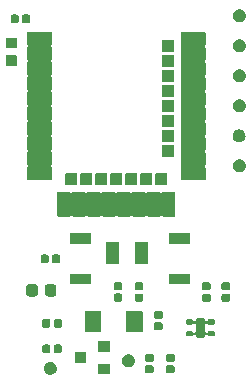
<source format=gbr>
G04 #@! TF.GenerationSoftware,KiCad,Pcbnew,7.99.0-1092-g932f171e96*
G04 #@! TF.CreationDate,2023-05-12T00:04:05+02:00*
G04 #@! TF.ProjectId,parasite,70617261-7369-4746-952e-6b696361645f,2.0.0*
G04 #@! TF.SameCoordinates,Original*
G04 #@! TF.FileFunction,Soldermask,Top*
G04 #@! TF.FilePolarity,Negative*
%FSLAX46Y46*%
G04 Gerber Fmt 4.6, Leading zero omitted, Abs format (unit mm)*
G04 Created by KiCad (PCBNEW 7.99.0-1092-g932f171e96) date 2023-05-12 00:04:05*
%MOMM*%
%LPD*%
G01*
G04 APERTURE LIST*
G04 APERTURE END LIST*
G36*
X61417439Y-58926929D02*
G01*
X61446305Y-58926929D01*
X61479403Y-58935086D01*
X61522609Y-58940775D01*
X61552182Y-58953024D01*
X61575063Y-58958664D01*
X61609752Y-58976870D01*
X61655500Y-58995820D01*
X61676374Y-59011837D01*
X61692483Y-59020292D01*
X61725420Y-59049471D01*
X61769616Y-59083384D01*
X61782174Y-59099751D01*
X61791740Y-59108225D01*
X61819166Y-59147960D01*
X61857180Y-59197500D01*
X61862910Y-59211334D01*
X61867073Y-59217365D01*
X61885132Y-59264984D01*
X61912225Y-59330391D01*
X61913440Y-59339625D01*
X61914097Y-59341356D01*
X61919179Y-59383212D01*
X61931000Y-59473000D01*
X61919178Y-59562795D01*
X61914097Y-59604643D01*
X61913440Y-59606372D01*
X61912225Y-59615609D01*
X61885128Y-59681026D01*
X61867073Y-59728634D01*
X61862911Y-59734663D01*
X61857180Y-59748500D01*
X61819160Y-59798048D01*
X61791740Y-59837774D01*
X61782177Y-59846245D01*
X61769616Y-59862616D01*
X61725411Y-59896534D01*
X61692483Y-59925707D01*
X61676378Y-59934159D01*
X61655500Y-59950180D01*
X61609743Y-59969132D01*
X61575063Y-59987335D01*
X61552187Y-59992973D01*
X61522609Y-60005225D01*
X61479401Y-60010913D01*
X61446305Y-60019071D01*
X61417439Y-60019071D01*
X61380000Y-60024000D01*
X61342561Y-60019071D01*
X61313695Y-60019071D01*
X61280597Y-60010913D01*
X61237391Y-60005225D01*
X61207814Y-59992973D01*
X61184936Y-59987335D01*
X61150251Y-59969130D01*
X61104500Y-59950180D01*
X61083623Y-59934161D01*
X61067516Y-59925707D01*
X61034580Y-59896529D01*
X60990384Y-59862616D01*
X60977824Y-59846248D01*
X60968259Y-59837774D01*
X60940830Y-59798035D01*
X60902820Y-59748500D01*
X60897090Y-59734666D01*
X60892926Y-59728634D01*
X60874859Y-59680998D01*
X60847775Y-59615609D01*
X60846559Y-59606376D01*
X60845902Y-59604643D01*
X60840809Y-59562701D01*
X60829000Y-59473000D01*
X60840807Y-59383314D01*
X60845902Y-59341356D01*
X60846559Y-59339621D01*
X60847775Y-59330391D01*
X60874855Y-59265012D01*
X60892926Y-59217365D01*
X60897091Y-59211330D01*
X60902820Y-59197500D01*
X60940823Y-59147973D01*
X60968259Y-59108225D01*
X60977827Y-59099748D01*
X60990384Y-59083384D01*
X61034572Y-59049477D01*
X61067516Y-59020292D01*
X61083627Y-59011835D01*
X61104500Y-58995820D01*
X61150242Y-58976872D01*
X61184936Y-58958664D01*
X61207818Y-58953024D01*
X61237391Y-58940775D01*
X61280595Y-58935086D01*
X61313695Y-58926929D01*
X61342561Y-58926929D01*
X61380000Y-58922000D01*
X61417439Y-58926929D01*
G37*
G36*
X66405517Y-59070882D02*
G01*
X66422062Y-59081938D01*
X66433118Y-59098483D01*
X66437000Y-59118000D01*
X66437000Y-59918000D01*
X66433118Y-59937517D01*
X66422062Y-59954062D01*
X66405517Y-59965118D01*
X66386000Y-59969000D01*
X65486000Y-59969000D01*
X65466483Y-59965118D01*
X65449938Y-59954062D01*
X65438882Y-59937517D01*
X65435000Y-59918000D01*
X65435000Y-59118000D01*
X65438882Y-59098483D01*
X65449938Y-59081938D01*
X65466483Y-59070882D01*
X65486000Y-59067000D01*
X66386000Y-59067000D01*
X66405517Y-59070882D01*
G37*
G36*
X69950538Y-59211190D02*
G01*
X69982837Y-59215442D01*
X69990962Y-59219231D01*
X70010463Y-59223110D01*
X70036295Y-59240370D01*
X70047248Y-59245478D01*
X70053910Y-59252140D01*
X70074861Y-59266139D01*
X70088859Y-59287089D01*
X70095521Y-59293751D01*
X70100627Y-59304701D01*
X70117890Y-59330537D01*
X70121769Y-59350039D01*
X70125557Y-59358162D01*
X70129807Y-59390450D01*
X70133000Y-59406500D01*
X70133000Y-59701500D01*
X70129806Y-59717552D01*
X70125557Y-59749837D01*
X70121769Y-59757958D01*
X70117890Y-59777463D01*
X70100625Y-59803300D01*
X70095521Y-59814248D01*
X70088861Y-59820907D01*
X70074861Y-59841861D01*
X70053907Y-59855861D01*
X70047248Y-59862521D01*
X70036300Y-59867625D01*
X70010463Y-59884890D01*
X69990958Y-59888769D01*
X69982837Y-59892557D01*
X69950551Y-59896807D01*
X69934500Y-59900000D01*
X69589500Y-59900000D01*
X69573449Y-59896807D01*
X69541162Y-59892557D01*
X69533039Y-59888769D01*
X69513537Y-59884890D01*
X69487701Y-59867627D01*
X69476751Y-59862521D01*
X69470089Y-59855859D01*
X69449139Y-59841861D01*
X69435140Y-59820910D01*
X69428478Y-59814248D01*
X69423370Y-59803295D01*
X69406110Y-59777463D01*
X69402231Y-59757962D01*
X69398442Y-59749837D01*
X69394189Y-59717536D01*
X69391000Y-59701500D01*
X69391000Y-59406500D01*
X69394189Y-59390463D01*
X69398442Y-59358162D01*
X69402231Y-59350035D01*
X69406110Y-59330537D01*
X69423369Y-59304706D01*
X69428478Y-59293751D01*
X69435142Y-59287086D01*
X69449139Y-59266139D01*
X69470086Y-59252142D01*
X69476751Y-59245478D01*
X69487706Y-59240369D01*
X69513537Y-59223110D01*
X69533035Y-59219231D01*
X69541162Y-59215442D01*
X69573465Y-59211189D01*
X69589500Y-59208000D01*
X69934500Y-59208000D01*
X69950538Y-59211190D01*
G37*
G36*
X71728538Y-59211190D02*
G01*
X71760837Y-59215442D01*
X71768962Y-59219231D01*
X71788463Y-59223110D01*
X71814295Y-59240370D01*
X71825248Y-59245478D01*
X71831910Y-59252140D01*
X71852861Y-59266139D01*
X71866859Y-59287089D01*
X71873521Y-59293751D01*
X71878627Y-59304701D01*
X71895890Y-59330537D01*
X71899769Y-59350039D01*
X71903557Y-59358162D01*
X71907807Y-59390450D01*
X71911000Y-59406500D01*
X71911000Y-59701500D01*
X71907806Y-59717552D01*
X71903557Y-59749837D01*
X71899769Y-59757958D01*
X71895890Y-59777463D01*
X71878625Y-59803300D01*
X71873521Y-59814248D01*
X71866861Y-59820907D01*
X71852861Y-59841861D01*
X71831907Y-59855861D01*
X71825248Y-59862521D01*
X71814300Y-59867625D01*
X71788463Y-59884890D01*
X71768958Y-59888769D01*
X71760837Y-59892557D01*
X71728551Y-59896807D01*
X71712500Y-59900000D01*
X71367500Y-59900000D01*
X71351449Y-59896807D01*
X71319162Y-59892557D01*
X71311039Y-59888769D01*
X71291537Y-59884890D01*
X71265701Y-59867627D01*
X71254751Y-59862521D01*
X71248089Y-59855859D01*
X71227139Y-59841861D01*
X71213140Y-59820910D01*
X71206478Y-59814248D01*
X71201370Y-59803295D01*
X71184110Y-59777463D01*
X71180231Y-59757962D01*
X71176442Y-59749837D01*
X71172189Y-59717536D01*
X71169000Y-59701500D01*
X71169000Y-59406500D01*
X71172189Y-59390463D01*
X71176442Y-59358162D01*
X71180231Y-59350035D01*
X71184110Y-59330537D01*
X71201369Y-59304706D01*
X71206478Y-59293751D01*
X71213142Y-59287086D01*
X71227139Y-59266139D01*
X71248086Y-59252142D01*
X71254751Y-59245478D01*
X71265706Y-59240369D01*
X71291537Y-59223110D01*
X71311035Y-59219231D01*
X71319162Y-59215442D01*
X71351465Y-59211189D01*
X71367500Y-59208000D01*
X71712500Y-59208000D01*
X71728538Y-59211190D01*
G37*
G36*
X68021439Y-58291929D02*
G01*
X68050305Y-58291929D01*
X68083403Y-58300086D01*
X68126609Y-58305775D01*
X68156182Y-58318024D01*
X68179063Y-58323664D01*
X68213752Y-58341870D01*
X68259500Y-58360820D01*
X68280374Y-58376837D01*
X68296483Y-58385292D01*
X68329420Y-58414471D01*
X68373616Y-58448384D01*
X68386174Y-58464751D01*
X68395740Y-58473225D01*
X68423166Y-58512960D01*
X68461180Y-58562500D01*
X68466910Y-58576334D01*
X68471073Y-58582365D01*
X68489132Y-58629984D01*
X68516225Y-58695391D01*
X68517440Y-58704625D01*
X68518097Y-58706356D01*
X68523179Y-58748216D01*
X68535000Y-58838000D01*
X68523177Y-58927799D01*
X68518097Y-58969643D01*
X68517440Y-58971372D01*
X68516225Y-58980609D01*
X68489128Y-59046026D01*
X68471073Y-59093634D01*
X68466911Y-59099663D01*
X68461180Y-59113500D01*
X68423160Y-59163048D01*
X68395740Y-59202774D01*
X68386177Y-59211245D01*
X68373616Y-59227616D01*
X68329411Y-59261534D01*
X68296483Y-59290707D01*
X68280378Y-59299159D01*
X68259500Y-59315180D01*
X68213743Y-59334132D01*
X68179063Y-59352335D01*
X68156187Y-59357973D01*
X68126609Y-59370225D01*
X68083401Y-59375913D01*
X68050305Y-59384071D01*
X68021439Y-59384071D01*
X67984000Y-59389000D01*
X67946561Y-59384071D01*
X67917695Y-59384071D01*
X67884597Y-59375913D01*
X67841391Y-59370225D01*
X67811814Y-59357973D01*
X67788936Y-59352335D01*
X67754251Y-59334130D01*
X67708500Y-59315180D01*
X67687623Y-59299161D01*
X67671516Y-59290707D01*
X67638580Y-59261529D01*
X67594384Y-59227616D01*
X67581824Y-59211248D01*
X67572259Y-59202774D01*
X67544830Y-59163035D01*
X67506820Y-59113500D01*
X67501090Y-59099666D01*
X67496926Y-59093634D01*
X67478859Y-59045998D01*
X67451775Y-58980609D01*
X67450559Y-58971376D01*
X67449902Y-58969643D01*
X67444809Y-58927701D01*
X67433000Y-58838000D01*
X67444807Y-58748314D01*
X67449902Y-58706356D01*
X67450559Y-58704621D01*
X67451775Y-58695391D01*
X67478855Y-58630012D01*
X67496926Y-58582365D01*
X67501091Y-58576330D01*
X67506820Y-58562500D01*
X67544823Y-58512973D01*
X67572259Y-58473225D01*
X67581827Y-58464748D01*
X67594384Y-58448384D01*
X67638572Y-58414477D01*
X67671516Y-58385292D01*
X67687627Y-58376835D01*
X67708500Y-58360820D01*
X67754242Y-58341872D01*
X67788936Y-58323664D01*
X67811818Y-58318024D01*
X67841391Y-58305775D01*
X67884595Y-58300086D01*
X67917695Y-58291929D01*
X67946561Y-58291929D01*
X67984000Y-58287000D01*
X68021439Y-58291929D01*
G37*
G36*
X64405517Y-58120882D02*
G01*
X64422062Y-58131938D01*
X64433118Y-58148483D01*
X64437000Y-58168000D01*
X64437000Y-58968000D01*
X64433118Y-58987517D01*
X64422062Y-59004062D01*
X64405517Y-59015118D01*
X64386000Y-59019000D01*
X63486000Y-59019000D01*
X63466483Y-59015118D01*
X63449938Y-59004062D01*
X63438882Y-58987517D01*
X63435000Y-58968000D01*
X63435000Y-58168000D01*
X63438882Y-58148483D01*
X63449938Y-58131938D01*
X63466483Y-58120882D01*
X63486000Y-58117000D01*
X64386000Y-58117000D01*
X64405517Y-58120882D01*
G37*
G36*
X69950538Y-58241190D02*
G01*
X69982837Y-58245442D01*
X69990962Y-58249231D01*
X70010463Y-58253110D01*
X70036295Y-58270370D01*
X70047248Y-58275478D01*
X70053910Y-58282140D01*
X70074861Y-58296139D01*
X70088859Y-58317089D01*
X70095521Y-58323751D01*
X70100627Y-58334701D01*
X70117890Y-58360537D01*
X70121769Y-58380039D01*
X70125557Y-58388162D01*
X70129807Y-58420450D01*
X70133000Y-58436500D01*
X70133000Y-58731500D01*
X70129806Y-58747552D01*
X70125557Y-58779837D01*
X70121769Y-58787958D01*
X70117890Y-58807463D01*
X70100625Y-58833300D01*
X70095521Y-58844248D01*
X70088861Y-58850907D01*
X70074861Y-58871861D01*
X70053907Y-58885861D01*
X70047248Y-58892521D01*
X70036300Y-58897625D01*
X70010463Y-58914890D01*
X69990958Y-58918769D01*
X69982837Y-58922557D01*
X69950551Y-58926807D01*
X69934500Y-58930000D01*
X69589500Y-58930000D01*
X69573449Y-58926807D01*
X69541162Y-58922557D01*
X69533039Y-58918769D01*
X69513537Y-58914890D01*
X69487701Y-58897627D01*
X69476751Y-58892521D01*
X69470089Y-58885859D01*
X69449139Y-58871861D01*
X69435140Y-58850910D01*
X69428478Y-58844248D01*
X69423370Y-58833295D01*
X69406110Y-58807463D01*
X69402231Y-58787962D01*
X69398442Y-58779837D01*
X69394189Y-58747536D01*
X69391000Y-58731500D01*
X69391000Y-58436500D01*
X69394189Y-58420463D01*
X69398442Y-58388162D01*
X69402231Y-58380035D01*
X69406110Y-58360537D01*
X69423369Y-58334706D01*
X69428478Y-58323751D01*
X69435142Y-58317086D01*
X69449139Y-58296139D01*
X69470086Y-58282142D01*
X69476751Y-58275478D01*
X69487706Y-58270369D01*
X69513537Y-58253110D01*
X69533035Y-58249231D01*
X69541162Y-58245442D01*
X69573465Y-58241189D01*
X69589500Y-58238000D01*
X69934500Y-58238000D01*
X69950538Y-58241190D01*
G37*
G36*
X71728538Y-58241190D02*
G01*
X71760837Y-58245442D01*
X71768962Y-58249231D01*
X71788463Y-58253110D01*
X71814295Y-58270370D01*
X71825248Y-58275478D01*
X71831910Y-58282140D01*
X71852861Y-58296139D01*
X71866859Y-58317089D01*
X71873521Y-58323751D01*
X71878627Y-58334701D01*
X71895890Y-58360537D01*
X71899769Y-58380039D01*
X71903557Y-58388162D01*
X71907807Y-58420450D01*
X71911000Y-58436500D01*
X71911000Y-58731500D01*
X71907806Y-58747552D01*
X71903557Y-58779837D01*
X71899769Y-58787958D01*
X71895890Y-58807463D01*
X71878625Y-58833300D01*
X71873521Y-58844248D01*
X71866861Y-58850907D01*
X71852861Y-58871861D01*
X71831907Y-58885861D01*
X71825248Y-58892521D01*
X71814300Y-58897625D01*
X71788463Y-58914890D01*
X71768958Y-58918769D01*
X71760837Y-58922557D01*
X71728551Y-58926807D01*
X71712500Y-58930000D01*
X71367500Y-58930000D01*
X71351449Y-58926807D01*
X71319162Y-58922557D01*
X71311039Y-58918769D01*
X71291537Y-58914890D01*
X71265701Y-58897627D01*
X71254751Y-58892521D01*
X71248089Y-58885859D01*
X71227139Y-58871861D01*
X71213140Y-58850910D01*
X71206478Y-58844248D01*
X71201370Y-58833295D01*
X71184110Y-58807463D01*
X71180231Y-58787962D01*
X71176442Y-58779837D01*
X71172189Y-58747536D01*
X71169000Y-58731500D01*
X71169000Y-58436500D01*
X71172189Y-58420463D01*
X71176442Y-58388162D01*
X71180231Y-58380035D01*
X71184110Y-58360537D01*
X71201369Y-58334706D01*
X71206478Y-58323751D01*
X71213142Y-58317086D01*
X71227139Y-58296139D01*
X71248086Y-58282142D01*
X71254751Y-58275478D01*
X71265706Y-58270369D01*
X71291537Y-58253110D01*
X71311035Y-58249231D01*
X71319162Y-58245442D01*
X71351465Y-58241189D01*
X71367500Y-58238000D01*
X71712500Y-58238000D01*
X71728538Y-58241190D01*
G37*
G36*
X61208538Y-57454190D02*
G01*
X61240837Y-57458442D01*
X61248962Y-57462231D01*
X61268463Y-57466110D01*
X61294295Y-57483370D01*
X61305248Y-57488478D01*
X61311910Y-57495140D01*
X61332861Y-57509139D01*
X61346859Y-57530089D01*
X61353521Y-57536751D01*
X61358627Y-57547701D01*
X61375890Y-57573537D01*
X61379769Y-57593039D01*
X61383557Y-57601162D01*
X61387807Y-57633450D01*
X61391000Y-57649500D01*
X61391000Y-57994500D01*
X61387806Y-58010552D01*
X61383557Y-58042837D01*
X61379769Y-58050958D01*
X61375890Y-58070463D01*
X61358625Y-58096300D01*
X61353521Y-58107248D01*
X61346861Y-58113907D01*
X61332861Y-58134861D01*
X61311907Y-58148861D01*
X61305248Y-58155521D01*
X61294300Y-58160625D01*
X61268463Y-58177890D01*
X61248958Y-58181769D01*
X61240837Y-58185557D01*
X61208551Y-58189807D01*
X61192500Y-58193000D01*
X60897500Y-58193000D01*
X60881449Y-58189807D01*
X60849162Y-58185557D01*
X60841039Y-58181769D01*
X60821537Y-58177890D01*
X60795701Y-58160627D01*
X60784751Y-58155521D01*
X60778089Y-58148859D01*
X60757139Y-58134861D01*
X60743140Y-58113910D01*
X60736478Y-58107248D01*
X60731370Y-58096295D01*
X60714110Y-58070463D01*
X60710231Y-58050962D01*
X60706442Y-58042837D01*
X60702189Y-58010536D01*
X60699000Y-57994500D01*
X60699000Y-57649500D01*
X60702189Y-57633463D01*
X60706442Y-57601162D01*
X60710231Y-57593035D01*
X60714110Y-57573537D01*
X60731369Y-57547706D01*
X60736478Y-57536751D01*
X60743142Y-57530086D01*
X60757139Y-57509139D01*
X60778086Y-57495142D01*
X60784751Y-57488478D01*
X60795706Y-57483369D01*
X60821537Y-57466110D01*
X60841035Y-57462231D01*
X60849162Y-57458442D01*
X60881465Y-57454189D01*
X60897500Y-57451000D01*
X61192500Y-57451000D01*
X61208538Y-57454190D01*
G37*
G36*
X62178538Y-57454190D02*
G01*
X62210837Y-57458442D01*
X62218962Y-57462231D01*
X62238463Y-57466110D01*
X62264295Y-57483370D01*
X62275248Y-57488478D01*
X62281910Y-57495140D01*
X62302861Y-57509139D01*
X62316859Y-57530089D01*
X62323521Y-57536751D01*
X62328627Y-57547701D01*
X62345890Y-57573537D01*
X62349769Y-57593039D01*
X62353557Y-57601162D01*
X62357807Y-57633450D01*
X62361000Y-57649500D01*
X62361000Y-57994500D01*
X62357806Y-58010552D01*
X62353557Y-58042837D01*
X62349769Y-58050958D01*
X62345890Y-58070463D01*
X62328625Y-58096300D01*
X62323521Y-58107248D01*
X62316861Y-58113907D01*
X62302861Y-58134861D01*
X62281907Y-58148861D01*
X62275248Y-58155521D01*
X62264300Y-58160625D01*
X62238463Y-58177890D01*
X62218958Y-58181769D01*
X62210837Y-58185557D01*
X62178551Y-58189807D01*
X62162500Y-58193000D01*
X61867500Y-58193000D01*
X61851449Y-58189807D01*
X61819162Y-58185557D01*
X61811039Y-58181769D01*
X61791537Y-58177890D01*
X61765701Y-58160627D01*
X61754751Y-58155521D01*
X61748089Y-58148859D01*
X61727139Y-58134861D01*
X61713140Y-58113910D01*
X61706478Y-58107248D01*
X61701370Y-58096295D01*
X61684110Y-58070463D01*
X61680231Y-58050962D01*
X61676442Y-58042837D01*
X61672189Y-58010536D01*
X61669000Y-57994500D01*
X61669000Y-57649500D01*
X61672189Y-57633463D01*
X61676442Y-57601162D01*
X61680231Y-57593035D01*
X61684110Y-57573537D01*
X61701369Y-57547706D01*
X61706478Y-57536751D01*
X61713142Y-57530086D01*
X61727139Y-57509139D01*
X61748086Y-57495142D01*
X61754751Y-57488478D01*
X61765706Y-57483369D01*
X61791537Y-57466110D01*
X61811035Y-57462231D01*
X61819162Y-57458442D01*
X61851465Y-57454189D01*
X61867500Y-57451000D01*
X62162500Y-57451000D01*
X62178538Y-57454190D01*
G37*
G36*
X66405517Y-57170882D02*
G01*
X66422062Y-57181938D01*
X66433118Y-57198483D01*
X66437000Y-57218000D01*
X66437000Y-58018000D01*
X66433118Y-58037517D01*
X66422062Y-58054062D01*
X66405517Y-58065118D01*
X66386000Y-58069000D01*
X65486000Y-58069000D01*
X65466483Y-58065118D01*
X65449938Y-58054062D01*
X65438882Y-58037517D01*
X65435000Y-58018000D01*
X65435000Y-57218000D01*
X65438882Y-57198483D01*
X65449938Y-57181938D01*
X65466483Y-57170882D01*
X65486000Y-57167000D01*
X66386000Y-57167000D01*
X66405517Y-57170882D01*
G37*
G36*
X74279794Y-55197931D02*
G01*
X74317802Y-55203469D01*
X74324778Y-55206879D01*
X74341486Y-55210203D01*
X74368506Y-55228257D01*
X74385317Y-55236476D01*
X74394400Y-55245559D01*
X74414806Y-55259194D01*
X74428440Y-55279599D01*
X74437523Y-55288682D01*
X74445740Y-55305490D01*
X74463797Y-55332514D01*
X74467120Y-55349223D01*
X74470530Y-55356197D01*
X74476064Y-55394185D01*
X74481000Y-55419000D01*
X74481000Y-55428067D01*
X74481392Y-55430758D01*
X74648926Y-55468608D01*
X74688318Y-55409652D01*
X74689543Y-55403498D01*
X74719566Y-55358566D01*
X74764498Y-55328543D01*
X74817500Y-55318000D01*
X75192500Y-55318000D01*
X75245502Y-55328543D01*
X75290434Y-55358566D01*
X75320457Y-55403498D01*
X75331000Y-55456500D01*
X75331000Y-55631500D01*
X75320457Y-55684502D01*
X75290434Y-55729434D01*
X75245502Y-55759457D01*
X75192500Y-55770000D01*
X74817500Y-55770000D01*
X74764498Y-55759457D01*
X74719566Y-55729434D01*
X74689543Y-55684502D01*
X74688318Y-55678345D01*
X74658427Y-55633609D01*
X74481000Y-55687430D01*
X74481000Y-56400566D01*
X74658424Y-56454389D01*
X74688319Y-56409648D01*
X74689543Y-56403498D01*
X74719566Y-56358566D01*
X74764498Y-56328543D01*
X74817500Y-56318000D01*
X75192500Y-56318000D01*
X75245502Y-56328543D01*
X75290434Y-56358566D01*
X75320457Y-56403498D01*
X75331000Y-56456500D01*
X75331000Y-56631500D01*
X75320457Y-56684502D01*
X75290434Y-56729434D01*
X75245502Y-56759457D01*
X75192500Y-56770000D01*
X74817500Y-56770000D01*
X74764498Y-56759457D01*
X74719566Y-56729434D01*
X74689543Y-56684502D01*
X74688318Y-56678346D01*
X74648926Y-56619392D01*
X74481392Y-56657242D01*
X74481000Y-56659932D01*
X74481000Y-56669000D01*
X74476063Y-56693815D01*
X74470530Y-56731802D01*
X74467120Y-56738775D01*
X74463797Y-56755486D01*
X74445738Y-56782512D01*
X74437523Y-56799317D01*
X74428442Y-56808397D01*
X74414806Y-56828806D01*
X74394397Y-56842442D01*
X74385317Y-56851523D01*
X74368512Y-56859738D01*
X74341486Y-56877797D01*
X74324775Y-56881120D01*
X74317802Y-56884530D01*
X74279810Y-56890064D01*
X74255000Y-56895000D01*
X73905000Y-56895000D01*
X73880189Y-56890064D01*
X73842197Y-56884530D01*
X73835223Y-56881120D01*
X73818514Y-56877797D01*
X73791490Y-56859740D01*
X73774682Y-56851523D01*
X73765599Y-56842440D01*
X73745194Y-56828806D01*
X73731559Y-56808400D01*
X73722476Y-56799317D01*
X73714258Y-56782508D01*
X73696203Y-56755486D01*
X73692879Y-56738775D01*
X73689468Y-56731798D01*
X73683916Y-56693717D01*
X73679000Y-56669000D01*
X73679000Y-56659991D01*
X73678598Y-56657234D01*
X73511068Y-56619395D01*
X73471682Y-56678341D01*
X73470457Y-56684502D01*
X73440434Y-56729434D01*
X73395502Y-56759457D01*
X73342500Y-56770000D01*
X72967500Y-56770000D01*
X72914498Y-56759457D01*
X72869566Y-56729434D01*
X72839543Y-56684502D01*
X72829000Y-56631500D01*
X72829000Y-56456500D01*
X72839543Y-56403498D01*
X72869566Y-56358566D01*
X72914498Y-56328543D01*
X72967500Y-56318000D01*
X73342500Y-56318000D01*
X73395502Y-56328543D01*
X73440434Y-56358566D01*
X73470457Y-56403498D01*
X73471681Y-56409655D01*
X73501571Y-56454389D01*
X73679000Y-56400568D01*
X73679000Y-55687432D01*
X73501571Y-55633611D01*
X73471682Y-55678343D01*
X73470457Y-55684502D01*
X73440434Y-55729434D01*
X73395502Y-55759457D01*
X73342500Y-55770000D01*
X72967500Y-55770000D01*
X72914498Y-55759457D01*
X72869566Y-55729434D01*
X72839543Y-55684502D01*
X72829000Y-55631500D01*
X72829000Y-55456500D01*
X72839543Y-55403498D01*
X72869566Y-55358566D01*
X72914498Y-55328543D01*
X72967500Y-55318000D01*
X73342500Y-55318000D01*
X73395502Y-55328543D01*
X73440434Y-55358566D01*
X73470457Y-55403498D01*
X73471681Y-55409654D01*
X73511069Y-55468602D01*
X73678595Y-55430766D01*
X73679000Y-55427988D01*
X73679000Y-55419000D01*
X73683907Y-55394326D01*
X73689466Y-55356204D01*
X73692879Y-55349221D01*
X73696203Y-55332514D01*
X73714256Y-55305495D01*
X73722476Y-55288682D01*
X73731561Y-55279596D01*
X73745194Y-55259194D01*
X73765596Y-55245561D01*
X73774682Y-55236476D01*
X73791495Y-55228255D01*
X73818514Y-55210203D01*
X73835219Y-55206880D01*
X73842197Y-55203469D01*
X73880210Y-55197930D01*
X73905000Y-55193000D01*
X74255000Y-55193000D01*
X74279794Y-55197931D01*
G37*
G36*
X65661517Y-54638882D02*
G01*
X65678062Y-54649938D01*
X65689118Y-54666483D01*
X65693000Y-54686000D01*
X65693000Y-56386000D01*
X65689118Y-56405517D01*
X65678062Y-56422062D01*
X65661517Y-56433118D01*
X65642000Y-56437000D01*
X64342000Y-56437000D01*
X64322483Y-56433118D01*
X64305938Y-56422062D01*
X64294882Y-56405517D01*
X64291000Y-56386000D01*
X64291000Y-54686000D01*
X64294882Y-54666483D01*
X64305938Y-54649938D01*
X64322483Y-54638882D01*
X64342000Y-54635000D01*
X65642000Y-54635000D01*
X65661517Y-54638882D01*
G37*
G36*
X69161517Y-54638882D02*
G01*
X69178062Y-54649938D01*
X69189118Y-54666483D01*
X69193000Y-54686000D01*
X69193000Y-56386000D01*
X69189118Y-56405517D01*
X69178062Y-56422062D01*
X69161517Y-56433118D01*
X69142000Y-56437000D01*
X67842000Y-56437000D01*
X67822483Y-56433118D01*
X67805938Y-56422062D01*
X67794882Y-56405517D01*
X67791000Y-56386000D01*
X67791000Y-54686000D01*
X67794882Y-54666483D01*
X67805938Y-54649938D01*
X67822483Y-54638882D01*
X67842000Y-54635000D01*
X69142000Y-54635000D01*
X69161517Y-54638882D01*
G37*
G36*
X70712538Y-55574190D02*
G01*
X70744837Y-55578442D01*
X70752962Y-55582231D01*
X70772463Y-55586110D01*
X70798295Y-55603370D01*
X70809248Y-55608478D01*
X70815910Y-55615140D01*
X70836861Y-55629139D01*
X70850859Y-55650089D01*
X70857521Y-55656751D01*
X70862627Y-55667701D01*
X70879890Y-55693537D01*
X70883769Y-55713039D01*
X70887557Y-55721162D01*
X70891807Y-55753450D01*
X70895000Y-55769500D01*
X70895000Y-56064500D01*
X70891806Y-56080552D01*
X70887557Y-56112837D01*
X70883769Y-56120958D01*
X70879890Y-56140463D01*
X70862625Y-56166300D01*
X70857521Y-56177248D01*
X70850861Y-56183907D01*
X70836861Y-56204861D01*
X70815907Y-56218861D01*
X70809248Y-56225521D01*
X70798300Y-56230625D01*
X70772463Y-56247890D01*
X70752958Y-56251769D01*
X70744837Y-56255557D01*
X70712551Y-56259807D01*
X70696500Y-56263000D01*
X70351500Y-56263000D01*
X70335449Y-56259807D01*
X70303162Y-56255557D01*
X70295039Y-56251769D01*
X70275537Y-56247890D01*
X70249701Y-56230627D01*
X70238751Y-56225521D01*
X70232089Y-56218859D01*
X70211139Y-56204861D01*
X70197140Y-56183910D01*
X70190478Y-56177248D01*
X70185370Y-56166295D01*
X70168110Y-56140463D01*
X70164231Y-56120962D01*
X70160442Y-56112837D01*
X70156189Y-56080536D01*
X70153000Y-56064500D01*
X70153000Y-55769500D01*
X70156189Y-55753463D01*
X70160442Y-55721162D01*
X70164231Y-55713035D01*
X70168110Y-55693537D01*
X70185369Y-55667706D01*
X70190478Y-55656751D01*
X70197142Y-55650086D01*
X70211139Y-55629139D01*
X70232086Y-55615142D01*
X70238751Y-55608478D01*
X70249706Y-55603369D01*
X70275537Y-55586110D01*
X70295035Y-55582231D01*
X70303162Y-55578442D01*
X70335465Y-55574189D01*
X70351500Y-55571000D01*
X70696500Y-55571000D01*
X70712538Y-55574190D01*
G37*
G36*
X61208538Y-55295190D02*
G01*
X61240837Y-55299442D01*
X61248962Y-55303231D01*
X61268463Y-55307110D01*
X61294295Y-55324370D01*
X61305248Y-55329478D01*
X61311910Y-55336140D01*
X61332861Y-55350139D01*
X61346859Y-55371089D01*
X61353521Y-55377751D01*
X61358627Y-55388701D01*
X61375890Y-55414537D01*
X61379769Y-55434039D01*
X61383557Y-55442162D01*
X61387807Y-55474450D01*
X61391000Y-55490500D01*
X61391000Y-55835500D01*
X61387806Y-55851552D01*
X61383557Y-55883837D01*
X61379769Y-55891958D01*
X61375890Y-55911463D01*
X61358625Y-55937300D01*
X61353521Y-55948248D01*
X61346861Y-55954907D01*
X61332861Y-55975861D01*
X61311907Y-55989861D01*
X61305248Y-55996521D01*
X61294300Y-56001625D01*
X61268463Y-56018890D01*
X61248958Y-56022769D01*
X61240837Y-56026557D01*
X61208551Y-56030807D01*
X61192500Y-56034000D01*
X60897500Y-56034000D01*
X60881449Y-56030807D01*
X60849162Y-56026557D01*
X60841039Y-56022769D01*
X60821537Y-56018890D01*
X60795701Y-56001627D01*
X60784751Y-55996521D01*
X60778089Y-55989859D01*
X60757139Y-55975861D01*
X60743140Y-55954910D01*
X60736478Y-55948248D01*
X60731370Y-55937295D01*
X60714110Y-55911463D01*
X60710231Y-55891962D01*
X60706442Y-55883837D01*
X60702189Y-55851536D01*
X60699000Y-55835500D01*
X60699000Y-55490500D01*
X60702189Y-55474463D01*
X60706442Y-55442162D01*
X60710231Y-55434035D01*
X60714110Y-55414537D01*
X60731369Y-55388706D01*
X60736478Y-55377751D01*
X60743142Y-55371086D01*
X60757139Y-55350139D01*
X60778086Y-55336142D01*
X60784751Y-55329478D01*
X60795706Y-55324369D01*
X60821537Y-55307110D01*
X60841035Y-55303231D01*
X60849162Y-55299442D01*
X60881465Y-55295189D01*
X60897500Y-55292000D01*
X61192500Y-55292000D01*
X61208538Y-55295190D01*
G37*
G36*
X62178538Y-55295190D02*
G01*
X62210837Y-55299442D01*
X62218962Y-55303231D01*
X62238463Y-55307110D01*
X62264295Y-55324370D01*
X62275248Y-55329478D01*
X62281910Y-55336140D01*
X62302861Y-55350139D01*
X62316859Y-55371089D01*
X62323521Y-55377751D01*
X62328627Y-55388701D01*
X62345890Y-55414537D01*
X62349769Y-55434039D01*
X62353557Y-55442162D01*
X62357807Y-55474450D01*
X62361000Y-55490500D01*
X62361000Y-55835500D01*
X62357806Y-55851552D01*
X62353557Y-55883837D01*
X62349769Y-55891958D01*
X62345890Y-55911463D01*
X62328625Y-55937300D01*
X62323521Y-55948248D01*
X62316861Y-55954907D01*
X62302861Y-55975861D01*
X62281907Y-55989861D01*
X62275248Y-55996521D01*
X62264300Y-56001625D01*
X62238463Y-56018890D01*
X62218958Y-56022769D01*
X62210837Y-56026557D01*
X62178551Y-56030807D01*
X62162500Y-56034000D01*
X61867500Y-56034000D01*
X61851449Y-56030807D01*
X61819162Y-56026557D01*
X61811039Y-56022769D01*
X61791537Y-56018890D01*
X61765701Y-56001627D01*
X61754751Y-55996521D01*
X61748089Y-55989859D01*
X61727139Y-55975861D01*
X61713140Y-55954910D01*
X61706478Y-55948248D01*
X61701370Y-55937295D01*
X61684110Y-55911463D01*
X61680231Y-55891962D01*
X61676442Y-55883837D01*
X61672189Y-55851536D01*
X61669000Y-55835500D01*
X61669000Y-55490500D01*
X61672189Y-55474463D01*
X61676442Y-55442162D01*
X61680231Y-55434035D01*
X61684110Y-55414537D01*
X61701369Y-55388706D01*
X61706478Y-55377751D01*
X61713142Y-55371086D01*
X61727139Y-55350139D01*
X61748086Y-55336142D01*
X61754751Y-55329478D01*
X61765706Y-55324369D01*
X61791537Y-55307110D01*
X61811035Y-55303231D01*
X61819162Y-55299442D01*
X61851465Y-55295189D01*
X61867500Y-55292000D01*
X62162500Y-55292000D01*
X62178538Y-55295190D01*
G37*
G36*
X70712538Y-54604190D02*
G01*
X70744837Y-54608442D01*
X70752962Y-54612231D01*
X70772463Y-54616110D01*
X70798295Y-54633370D01*
X70809248Y-54638478D01*
X70815910Y-54645140D01*
X70836861Y-54659139D01*
X70850859Y-54680089D01*
X70857521Y-54686751D01*
X70862627Y-54697701D01*
X70879890Y-54723537D01*
X70883769Y-54743039D01*
X70887557Y-54751162D01*
X70891807Y-54783450D01*
X70895000Y-54799500D01*
X70895000Y-55094500D01*
X70891806Y-55110552D01*
X70887557Y-55142837D01*
X70883769Y-55150958D01*
X70879890Y-55170463D01*
X70862625Y-55196300D01*
X70857521Y-55207248D01*
X70850861Y-55213907D01*
X70836861Y-55234861D01*
X70815907Y-55248861D01*
X70809248Y-55255521D01*
X70798300Y-55260625D01*
X70772463Y-55277890D01*
X70752958Y-55281769D01*
X70744837Y-55285557D01*
X70712551Y-55289807D01*
X70696500Y-55293000D01*
X70351500Y-55293000D01*
X70335449Y-55289807D01*
X70303162Y-55285557D01*
X70295039Y-55281769D01*
X70275537Y-55277890D01*
X70249701Y-55260627D01*
X70238751Y-55255521D01*
X70232089Y-55248859D01*
X70211139Y-55234861D01*
X70197140Y-55213910D01*
X70190478Y-55207248D01*
X70185370Y-55196295D01*
X70168110Y-55170463D01*
X70164231Y-55150962D01*
X70160442Y-55142837D01*
X70156189Y-55110536D01*
X70153000Y-55094500D01*
X70153000Y-54799500D01*
X70156189Y-54783463D01*
X70160442Y-54751162D01*
X70164231Y-54743035D01*
X70168110Y-54723537D01*
X70185369Y-54697706D01*
X70190478Y-54686751D01*
X70197142Y-54680086D01*
X70211139Y-54659139D01*
X70232086Y-54645142D01*
X70238751Y-54638478D01*
X70249706Y-54633369D01*
X70275537Y-54616110D01*
X70295035Y-54612231D01*
X70303162Y-54608442D01*
X70335465Y-54604189D01*
X70351500Y-54601000D01*
X70696500Y-54601000D01*
X70712538Y-54604190D01*
G37*
G36*
X69073038Y-53161190D02*
G01*
X69105337Y-53165442D01*
X69113462Y-53169231D01*
X69132963Y-53173110D01*
X69158795Y-53190370D01*
X69169748Y-53195478D01*
X69176410Y-53202140D01*
X69197361Y-53216139D01*
X69211359Y-53237089D01*
X69218021Y-53243751D01*
X69223127Y-53254701D01*
X69240390Y-53280537D01*
X69244269Y-53300039D01*
X69248057Y-53308162D01*
X69252307Y-53340450D01*
X69255500Y-53356500D01*
X69255500Y-53651500D01*
X69252306Y-53667552D01*
X69248057Y-53699837D01*
X69244269Y-53707958D01*
X69240390Y-53727463D01*
X69223125Y-53753300D01*
X69218021Y-53764248D01*
X69211361Y-53770907D01*
X69197361Y-53791861D01*
X69176407Y-53805861D01*
X69169748Y-53812521D01*
X69158800Y-53817625D01*
X69132963Y-53834890D01*
X69113458Y-53838769D01*
X69105337Y-53842557D01*
X69073051Y-53846807D01*
X69057000Y-53850000D01*
X68712000Y-53850000D01*
X68695949Y-53846807D01*
X68663662Y-53842557D01*
X68655539Y-53838769D01*
X68636037Y-53834890D01*
X68610201Y-53817627D01*
X68599251Y-53812521D01*
X68592589Y-53805859D01*
X68571639Y-53791861D01*
X68557640Y-53770910D01*
X68550978Y-53764248D01*
X68545870Y-53753295D01*
X68528610Y-53727463D01*
X68524731Y-53707962D01*
X68520942Y-53699837D01*
X68516689Y-53667536D01*
X68513500Y-53651500D01*
X68513500Y-53356500D01*
X68516689Y-53340463D01*
X68520942Y-53308162D01*
X68524731Y-53300035D01*
X68528610Y-53280537D01*
X68545869Y-53254706D01*
X68550978Y-53243751D01*
X68557642Y-53237086D01*
X68571639Y-53216139D01*
X68592586Y-53202142D01*
X68599251Y-53195478D01*
X68610206Y-53190369D01*
X68636037Y-53173110D01*
X68655535Y-53169231D01*
X68663662Y-53165442D01*
X68695965Y-53161189D01*
X68712000Y-53158000D01*
X69057000Y-53158000D01*
X69073038Y-53161190D01*
G37*
G36*
X74776538Y-53161190D02*
G01*
X74808837Y-53165442D01*
X74816962Y-53169231D01*
X74836463Y-53173110D01*
X74862295Y-53190370D01*
X74873248Y-53195478D01*
X74879910Y-53202140D01*
X74900861Y-53216139D01*
X74914859Y-53237089D01*
X74921521Y-53243751D01*
X74926627Y-53254701D01*
X74943890Y-53280537D01*
X74947769Y-53300039D01*
X74951557Y-53308162D01*
X74955807Y-53340450D01*
X74959000Y-53356500D01*
X74959000Y-53651500D01*
X74955806Y-53667552D01*
X74951557Y-53699837D01*
X74947769Y-53707958D01*
X74943890Y-53727463D01*
X74926625Y-53753300D01*
X74921521Y-53764248D01*
X74914861Y-53770907D01*
X74900861Y-53791861D01*
X74879907Y-53805861D01*
X74873248Y-53812521D01*
X74862300Y-53817625D01*
X74836463Y-53834890D01*
X74816958Y-53838769D01*
X74808837Y-53842557D01*
X74776551Y-53846807D01*
X74760500Y-53850000D01*
X74415500Y-53850000D01*
X74399449Y-53846807D01*
X74367162Y-53842557D01*
X74359039Y-53838769D01*
X74339537Y-53834890D01*
X74313701Y-53817627D01*
X74302751Y-53812521D01*
X74296089Y-53805859D01*
X74275139Y-53791861D01*
X74261140Y-53770910D01*
X74254478Y-53764248D01*
X74249370Y-53753295D01*
X74232110Y-53727463D01*
X74228231Y-53707962D01*
X74224442Y-53699837D01*
X74220189Y-53667536D01*
X74217000Y-53651500D01*
X74217000Y-53356500D01*
X74220189Y-53340463D01*
X74224442Y-53308162D01*
X74228231Y-53300035D01*
X74232110Y-53280537D01*
X74249369Y-53254706D01*
X74254478Y-53243751D01*
X74261142Y-53237086D01*
X74275139Y-53216139D01*
X74296086Y-53202142D01*
X74302751Y-53195478D01*
X74313706Y-53190369D01*
X74339537Y-53173110D01*
X74359035Y-53169231D01*
X74367162Y-53165442D01*
X74399465Y-53161189D01*
X74415500Y-53158000D01*
X74760500Y-53158000D01*
X74776538Y-53161190D01*
G37*
G36*
X76427538Y-53161190D02*
G01*
X76459837Y-53165442D01*
X76467962Y-53169231D01*
X76487463Y-53173110D01*
X76513295Y-53190370D01*
X76524248Y-53195478D01*
X76530910Y-53202140D01*
X76551861Y-53216139D01*
X76565859Y-53237089D01*
X76572521Y-53243751D01*
X76577627Y-53254701D01*
X76594890Y-53280537D01*
X76598769Y-53300039D01*
X76602557Y-53308162D01*
X76606807Y-53340450D01*
X76610000Y-53356500D01*
X76610000Y-53651500D01*
X76606806Y-53667552D01*
X76602557Y-53699837D01*
X76598769Y-53707958D01*
X76594890Y-53727463D01*
X76577625Y-53753300D01*
X76572521Y-53764248D01*
X76565861Y-53770907D01*
X76551861Y-53791861D01*
X76530907Y-53805861D01*
X76524248Y-53812521D01*
X76513300Y-53817625D01*
X76487463Y-53834890D01*
X76467958Y-53838769D01*
X76459837Y-53842557D01*
X76427551Y-53846807D01*
X76411500Y-53850000D01*
X76066500Y-53850000D01*
X76050449Y-53846807D01*
X76018162Y-53842557D01*
X76010039Y-53838769D01*
X75990537Y-53834890D01*
X75964701Y-53817627D01*
X75953751Y-53812521D01*
X75947089Y-53805859D01*
X75926139Y-53791861D01*
X75912140Y-53770910D01*
X75905478Y-53764248D01*
X75900370Y-53753295D01*
X75883110Y-53727463D01*
X75879231Y-53707962D01*
X75875442Y-53699837D01*
X75871189Y-53667536D01*
X75868000Y-53651500D01*
X75868000Y-53356500D01*
X75871189Y-53340463D01*
X75875442Y-53308162D01*
X75879231Y-53300035D01*
X75883110Y-53280537D01*
X75900369Y-53254706D01*
X75905478Y-53243751D01*
X75912142Y-53237086D01*
X75926139Y-53216139D01*
X75947086Y-53202142D01*
X75953751Y-53195478D01*
X75964706Y-53190369D01*
X75990537Y-53173110D01*
X76010035Y-53169231D01*
X76018162Y-53165442D01*
X76050465Y-53161189D01*
X76066500Y-53158000D01*
X76411500Y-53158000D01*
X76427538Y-53161190D01*
G37*
G36*
X67295038Y-53138190D02*
G01*
X67327337Y-53142442D01*
X67335462Y-53146231D01*
X67354963Y-53150110D01*
X67380795Y-53167370D01*
X67391748Y-53172478D01*
X67398410Y-53179140D01*
X67419361Y-53193139D01*
X67433359Y-53214089D01*
X67440021Y-53220751D01*
X67445127Y-53231701D01*
X67462390Y-53257537D01*
X67466269Y-53277039D01*
X67470057Y-53285162D01*
X67474307Y-53317450D01*
X67477500Y-53333500D01*
X67477500Y-53628500D01*
X67474306Y-53644552D01*
X67470057Y-53676837D01*
X67466269Y-53684958D01*
X67462390Y-53704463D01*
X67445125Y-53730300D01*
X67440021Y-53741248D01*
X67433361Y-53747907D01*
X67419361Y-53768861D01*
X67398407Y-53782861D01*
X67391748Y-53789521D01*
X67380800Y-53794625D01*
X67354963Y-53811890D01*
X67335458Y-53815769D01*
X67327337Y-53819557D01*
X67295051Y-53823807D01*
X67279000Y-53827000D01*
X66934000Y-53827000D01*
X66917949Y-53823807D01*
X66885662Y-53819557D01*
X66877539Y-53815769D01*
X66858037Y-53811890D01*
X66832201Y-53794627D01*
X66821251Y-53789521D01*
X66814589Y-53782859D01*
X66793639Y-53768861D01*
X66779640Y-53747910D01*
X66772978Y-53741248D01*
X66767870Y-53730295D01*
X66750610Y-53704463D01*
X66746731Y-53684962D01*
X66742942Y-53676837D01*
X66738689Y-53644536D01*
X66735500Y-53628500D01*
X66735500Y-53333500D01*
X66738689Y-53317463D01*
X66742942Y-53285162D01*
X66746731Y-53277035D01*
X66750610Y-53257537D01*
X66767869Y-53231706D01*
X66772978Y-53220751D01*
X66779642Y-53214086D01*
X66793639Y-53193139D01*
X66814586Y-53179142D01*
X66821251Y-53172478D01*
X66832206Y-53167369D01*
X66858037Y-53150110D01*
X66877535Y-53146231D01*
X66885662Y-53142442D01*
X66917965Y-53138189D01*
X66934000Y-53135000D01*
X67279000Y-53135000D01*
X67295038Y-53138190D01*
G37*
G36*
X60087694Y-52350646D02*
G01*
X60132126Y-52357684D01*
X60137923Y-52360637D01*
X60152479Y-52363533D01*
X60180973Y-52382572D01*
X60206887Y-52395776D01*
X60219278Y-52408167D01*
X60239992Y-52422008D01*
X60253832Y-52442721D01*
X60266223Y-52455112D01*
X60279425Y-52481023D01*
X60298467Y-52509521D01*
X60301362Y-52524078D01*
X60304315Y-52529873D01*
X60311349Y-52574284D01*
X60319000Y-52612750D01*
X60319000Y-53125250D01*
X60311348Y-53163718D01*
X60304315Y-53208126D01*
X60301362Y-53213919D01*
X60298467Y-53228479D01*
X60279423Y-53256979D01*
X60266223Y-53282887D01*
X60253834Y-53295275D01*
X60239992Y-53315992D01*
X60219275Y-53329834D01*
X60206887Y-53342223D01*
X60180979Y-53355423D01*
X60152479Y-53374467D01*
X60137919Y-53377362D01*
X60132126Y-53380315D01*
X60087718Y-53387348D01*
X60049250Y-53395000D01*
X59611750Y-53395000D01*
X59573284Y-53387349D01*
X59528873Y-53380315D01*
X59523078Y-53377362D01*
X59508521Y-53374467D01*
X59480023Y-53355425D01*
X59454112Y-53342223D01*
X59441721Y-53329832D01*
X59421008Y-53315992D01*
X59407167Y-53295278D01*
X59394776Y-53282887D01*
X59381572Y-53256973D01*
X59362533Y-53228479D01*
X59359637Y-53213923D01*
X59356684Y-53208126D01*
X59349646Y-53163694D01*
X59342000Y-53125250D01*
X59342000Y-52612750D01*
X59349646Y-52574309D01*
X59356684Y-52529873D01*
X59359638Y-52524075D01*
X59362533Y-52509521D01*
X59381570Y-52481029D01*
X59394776Y-52455112D01*
X59407169Y-52442718D01*
X59421008Y-52422008D01*
X59441718Y-52408169D01*
X59454112Y-52395776D01*
X59480029Y-52382570D01*
X59508521Y-52363533D01*
X59523075Y-52360638D01*
X59528873Y-52357684D01*
X59573309Y-52350646D01*
X59611750Y-52343000D01*
X60049250Y-52343000D01*
X60087694Y-52350646D01*
G37*
G36*
X61662694Y-52350646D02*
G01*
X61707126Y-52357684D01*
X61712923Y-52360637D01*
X61727479Y-52363533D01*
X61755973Y-52382572D01*
X61781887Y-52395776D01*
X61794278Y-52408167D01*
X61814992Y-52422008D01*
X61828832Y-52442721D01*
X61841223Y-52455112D01*
X61854425Y-52481023D01*
X61873467Y-52509521D01*
X61876362Y-52524078D01*
X61879315Y-52529873D01*
X61886349Y-52574284D01*
X61894000Y-52612750D01*
X61894000Y-53125250D01*
X61886348Y-53163718D01*
X61879315Y-53208126D01*
X61876362Y-53213919D01*
X61873467Y-53228479D01*
X61854423Y-53256979D01*
X61841223Y-53282887D01*
X61828834Y-53295275D01*
X61814992Y-53315992D01*
X61794275Y-53329834D01*
X61781887Y-53342223D01*
X61755979Y-53355423D01*
X61727479Y-53374467D01*
X61712919Y-53377362D01*
X61707126Y-53380315D01*
X61662718Y-53387348D01*
X61624250Y-53395000D01*
X61186750Y-53395000D01*
X61148284Y-53387349D01*
X61103873Y-53380315D01*
X61098078Y-53377362D01*
X61083521Y-53374467D01*
X61055023Y-53355425D01*
X61029112Y-53342223D01*
X61016721Y-53329832D01*
X60996008Y-53315992D01*
X60982167Y-53295278D01*
X60969776Y-53282887D01*
X60956572Y-53256973D01*
X60937533Y-53228479D01*
X60934637Y-53213923D01*
X60931684Y-53208126D01*
X60924646Y-53163694D01*
X60917000Y-53125250D01*
X60917000Y-52612750D01*
X60924646Y-52574309D01*
X60931684Y-52529873D01*
X60934638Y-52524075D01*
X60937533Y-52509521D01*
X60956570Y-52481029D01*
X60969776Y-52455112D01*
X60982169Y-52442718D01*
X60996008Y-52422008D01*
X61016718Y-52408169D01*
X61029112Y-52395776D01*
X61055029Y-52382570D01*
X61083521Y-52363533D01*
X61098075Y-52360638D01*
X61103873Y-52357684D01*
X61148309Y-52350646D01*
X61186750Y-52343000D01*
X61624250Y-52343000D01*
X61662694Y-52350646D01*
G37*
G36*
X69073038Y-52191190D02*
G01*
X69105337Y-52195442D01*
X69113462Y-52199231D01*
X69132963Y-52203110D01*
X69158795Y-52220370D01*
X69169748Y-52225478D01*
X69176410Y-52232140D01*
X69197361Y-52246139D01*
X69211359Y-52267089D01*
X69218021Y-52273751D01*
X69223127Y-52284701D01*
X69240390Y-52310537D01*
X69244269Y-52330039D01*
X69248057Y-52338162D01*
X69252307Y-52370450D01*
X69255500Y-52386500D01*
X69255500Y-52681500D01*
X69252306Y-52697552D01*
X69248057Y-52729837D01*
X69244269Y-52737958D01*
X69240390Y-52757463D01*
X69223125Y-52783300D01*
X69218021Y-52794248D01*
X69211361Y-52800907D01*
X69197361Y-52821861D01*
X69176407Y-52835861D01*
X69169748Y-52842521D01*
X69158800Y-52847625D01*
X69132963Y-52864890D01*
X69113458Y-52868769D01*
X69105337Y-52872557D01*
X69073051Y-52876807D01*
X69057000Y-52880000D01*
X68712000Y-52880000D01*
X68695949Y-52876807D01*
X68663662Y-52872557D01*
X68655539Y-52868769D01*
X68636037Y-52864890D01*
X68610201Y-52847627D01*
X68599251Y-52842521D01*
X68592589Y-52835859D01*
X68571639Y-52821861D01*
X68557640Y-52800910D01*
X68550978Y-52794248D01*
X68545870Y-52783295D01*
X68528610Y-52757463D01*
X68524731Y-52737962D01*
X68520942Y-52729837D01*
X68516689Y-52697536D01*
X68513500Y-52681500D01*
X68513500Y-52386500D01*
X68516689Y-52370463D01*
X68520942Y-52338162D01*
X68524731Y-52330035D01*
X68528610Y-52310537D01*
X68545869Y-52284706D01*
X68550978Y-52273751D01*
X68557642Y-52267086D01*
X68571639Y-52246139D01*
X68592586Y-52232142D01*
X68599251Y-52225478D01*
X68610206Y-52220369D01*
X68636037Y-52203110D01*
X68655535Y-52199231D01*
X68663662Y-52195442D01*
X68695965Y-52191189D01*
X68712000Y-52188000D01*
X69057000Y-52188000D01*
X69073038Y-52191190D01*
G37*
G36*
X74776538Y-52191190D02*
G01*
X74808837Y-52195442D01*
X74816962Y-52199231D01*
X74836463Y-52203110D01*
X74862295Y-52220370D01*
X74873248Y-52225478D01*
X74879910Y-52232140D01*
X74900861Y-52246139D01*
X74914859Y-52267089D01*
X74921521Y-52273751D01*
X74926627Y-52284701D01*
X74943890Y-52310537D01*
X74947769Y-52330039D01*
X74951557Y-52338162D01*
X74955807Y-52370450D01*
X74959000Y-52386500D01*
X74959000Y-52681500D01*
X74955806Y-52697552D01*
X74951557Y-52729837D01*
X74947769Y-52737958D01*
X74943890Y-52757463D01*
X74926625Y-52783300D01*
X74921521Y-52794248D01*
X74914861Y-52800907D01*
X74900861Y-52821861D01*
X74879907Y-52835861D01*
X74873248Y-52842521D01*
X74862300Y-52847625D01*
X74836463Y-52864890D01*
X74816958Y-52868769D01*
X74808837Y-52872557D01*
X74776551Y-52876807D01*
X74760500Y-52880000D01*
X74415500Y-52880000D01*
X74399449Y-52876807D01*
X74367162Y-52872557D01*
X74359039Y-52868769D01*
X74339537Y-52864890D01*
X74313701Y-52847627D01*
X74302751Y-52842521D01*
X74296089Y-52835859D01*
X74275139Y-52821861D01*
X74261140Y-52800910D01*
X74254478Y-52794248D01*
X74249370Y-52783295D01*
X74232110Y-52757463D01*
X74228231Y-52737962D01*
X74224442Y-52729837D01*
X74220189Y-52697536D01*
X74217000Y-52681500D01*
X74217000Y-52386500D01*
X74220189Y-52370463D01*
X74224442Y-52338162D01*
X74228231Y-52330035D01*
X74232110Y-52310537D01*
X74249369Y-52284706D01*
X74254478Y-52273751D01*
X74261142Y-52267086D01*
X74275139Y-52246139D01*
X74296086Y-52232142D01*
X74302751Y-52225478D01*
X74313706Y-52220369D01*
X74339537Y-52203110D01*
X74359035Y-52199231D01*
X74367162Y-52195442D01*
X74399465Y-52191189D01*
X74415500Y-52188000D01*
X74760500Y-52188000D01*
X74776538Y-52191190D01*
G37*
G36*
X76427538Y-52191190D02*
G01*
X76459837Y-52195442D01*
X76467962Y-52199231D01*
X76487463Y-52203110D01*
X76513295Y-52220370D01*
X76524248Y-52225478D01*
X76530910Y-52232140D01*
X76551861Y-52246139D01*
X76565859Y-52267089D01*
X76572521Y-52273751D01*
X76577627Y-52284701D01*
X76594890Y-52310537D01*
X76598769Y-52330039D01*
X76602557Y-52338162D01*
X76606807Y-52370450D01*
X76610000Y-52386500D01*
X76610000Y-52681500D01*
X76606806Y-52697552D01*
X76602557Y-52729837D01*
X76598769Y-52737958D01*
X76594890Y-52757463D01*
X76577625Y-52783300D01*
X76572521Y-52794248D01*
X76565861Y-52800907D01*
X76551861Y-52821861D01*
X76530907Y-52835861D01*
X76524248Y-52842521D01*
X76513300Y-52847625D01*
X76487463Y-52864890D01*
X76467958Y-52868769D01*
X76459837Y-52872557D01*
X76427551Y-52876807D01*
X76411500Y-52880000D01*
X76066500Y-52880000D01*
X76050449Y-52876807D01*
X76018162Y-52872557D01*
X76010039Y-52868769D01*
X75990537Y-52864890D01*
X75964701Y-52847627D01*
X75953751Y-52842521D01*
X75947089Y-52835859D01*
X75926139Y-52821861D01*
X75912140Y-52800910D01*
X75905478Y-52794248D01*
X75900370Y-52783295D01*
X75883110Y-52757463D01*
X75879231Y-52737962D01*
X75875442Y-52729837D01*
X75871189Y-52697536D01*
X75868000Y-52681500D01*
X75868000Y-52386500D01*
X75871189Y-52370463D01*
X75875442Y-52338162D01*
X75879231Y-52330035D01*
X75883110Y-52310537D01*
X75900369Y-52284706D01*
X75905478Y-52273751D01*
X75912142Y-52267086D01*
X75926139Y-52246139D01*
X75947086Y-52232142D01*
X75953751Y-52225478D01*
X75964706Y-52220369D01*
X75990537Y-52203110D01*
X76010035Y-52199231D01*
X76018162Y-52195442D01*
X76050465Y-52191189D01*
X76066500Y-52188000D01*
X76411500Y-52188000D01*
X76427538Y-52191190D01*
G37*
G36*
X67295038Y-52168190D02*
G01*
X67327337Y-52172442D01*
X67335462Y-52176231D01*
X67354963Y-52180110D01*
X67380795Y-52197370D01*
X67391748Y-52202478D01*
X67398410Y-52209140D01*
X67419361Y-52223139D01*
X67433359Y-52244089D01*
X67440021Y-52250751D01*
X67445127Y-52261701D01*
X67462390Y-52287537D01*
X67466269Y-52307039D01*
X67470057Y-52315162D01*
X67474307Y-52347450D01*
X67477500Y-52363500D01*
X67477500Y-52658500D01*
X67474306Y-52674552D01*
X67470057Y-52706837D01*
X67466269Y-52714958D01*
X67462390Y-52734463D01*
X67445125Y-52760300D01*
X67440021Y-52771248D01*
X67433361Y-52777907D01*
X67419361Y-52798861D01*
X67398407Y-52812861D01*
X67391748Y-52819521D01*
X67380800Y-52824625D01*
X67354963Y-52841890D01*
X67335458Y-52845769D01*
X67327337Y-52849557D01*
X67295051Y-52853807D01*
X67279000Y-52857000D01*
X66934000Y-52857000D01*
X66917949Y-52853807D01*
X66885662Y-52849557D01*
X66877539Y-52845769D01*
X66858037Y-52841890D01*
X66832201Y-52824627D01*
X66821251Y-52819521D01*
X66814589Y-52812859D01*
X66793639Y-52798861D01*
X66779640Y-52777910D01*
X66772978Y-52771248D01*
X66767870Y-52760295D01*
X66750610Y-52734463D01*
X66746731Y-52714962D01*
X66742942Y-52706837D01*
X66738689Y-52674536D01*
X66735500Y-52658500D01*
X66735500Y-52363500D01*
X66738689Y-52347463D01*
X66742942Y-52315162D01*
X66746731Y-52307035D01*
X66750610Y-52287537D01*
X66767869Y-52261706D01*
X66772978Y-52250751D01*
X66779642Y-52244086D01*
X66793639Y-52223139D01*
X66814586Y-52209142D01*
X66821251Y-52202478D01*
X66832206Y-52197369D01*
X66858037Y-52180110D01*
X66877535Y-52176231D01*
X66885662Y-52172442D01*
X66917965Y-52168189D01*
X66934000Y-52165000D01*
X67279000Y-52165000D01*
X67295038Y-52168190D01*
G37*
G36*
X64789517Y-51454882D02*
G01*
X64806062Y-51465938D01*
X64817118Y-51482483D01*
X64821000Y-51502000D01*
X64821000Y-52302000D01*
X64817118Y-52321517D01*
X64806062Y-52338062D01*
X64789517Y-52349118D01*
X64770000Y-52353000D01*
X63070000Y-52353000D01*
X63050483Y-52349118D01*
X63033938Y-52338062D01*
X63022882Y-52321517D01*
X63019000Y-52302000D01*
X63019000Y-51502000D01*
X63022882Y-51482483D01*
X63033938Y-51465938D01*
X63050483Y-51454882D01*
X63070000Y-51451000D01*
X64770000Y-51451000D01*
X64789517Y-51454882D01*
G37*
G36*
X73171517Y-51454882D02*
G01*
X73188062Y-51465938D01*
X73199118Y-51482483D01*
X73203000Y-51502000D01*
X73203000Y-52302000D01*
X73199118Y-52321517D01*
X73188062Y-52338062D01*
X73171517Y-52349118D01*
X73152000Y-52353000D01*
X71452000Y-52353000D01*
X71432483Y-52349118D01*
X71415938Y-52338062D01*
X71404882Y-52321517D01*
X71401000Y-52302000D01*
X71401000Y-51502000D01*
X71404882Y-51482483D01*
X71415938Y-51465938D01*
X71432483Y-51454882D01*
X71452000Y-51451000D01*
X73152000Y-51451000D01*
X73171517Y-51454882D01*
G37*
G36*
X67158017Y-48746882D02*
G01*
X67174562Y-48757938D01*
X67185618Y-48774483D01*
X67189500Y-48794000D01*
X67189500Y-50594000D01*
X67185618Y-50613517D01*
X67174562Y-50630062D01*
X67158017Y-50641118D01*
X67138500Y-50645000D01*
X66138500Y-50645000D01*
X66118983Y-50641118D01*
X66102438Y-50630062D01*
X66091382Y-50613517D01*
X66087500Y-50594000D01*
X66087500Y-48794000D01*
X66091382Y-48774483D01*
X66102438Y-48757938D01*
X66118983Y-48746882D01*
X66138500Y-48743000D01*
X67138500Y-48743000D01*
X67158017Y-48746882D01*
G37*
G36*
X69658017Y-48746882D02*
G01*
X69674562Y-48757938D01*
X69685618Y-48774483D01*
X69689500Y-48794000D01*
X69689500Y-50594000D01*
X69685618Y-50613517D01*
X69674562Y-50630062D01*
X69658017Y-50641118D01*
X69638500Y-50645000D01*
X68638500Y-50645000D01*
X68618983Y-50641118D01*
X68602438Y-50630062D01*
X68591382Y-50613517D01*
X68587500Y-50594000D01*
X68587500Y-48794000D01*
X68591382Y-48774483D01*
X68602438Y-48757938D01*
X68618983Y-48746882D01*
X68638500Y-48743000D01*
X69638500Y-48743000D01*
X69658017Y-48746882D01*
G37*
G36*
X61058538Y-49834190D02*
G01*
X61090837Y-49838442D01*
X61098962Y-49842231D01*
X61118463Y-49846110D01*
X61144295Y-49863370D01*
X61155248Y-49868478D01*
X61161910Y-49875140D01*
X61182861Y-49889139D01*
X61196859Y-49910089D01*
X61203521Y-49916751D01*
X61208627Y-49927701D01*
X61225890Y-49953537D01*
X61229769Y-49973039D01*
X61233557Y-49981162D01*
X61237807Y-50013450D01*
X61241000Y-50029500D01*
X61241000Y-50374500D01*
X61237806Y-50390552D01*
X61233557Y-50422837D01*
X61229769Y-50430958D01*
X61225890Y-50450463D01*
X61208625Y-50476300D01*
X61203521Y-50487248D01*
X61196861Y-50493907D01*
X61182861Y-50514861D01*
X61161907Y-50528861D01*
X61155248Y-50535521D01*
X61144300Y-50540625D01*
X61118463Y-50557890D01*
X61098958Y-50561769D01*
X61090837Y-50565557D01*
X61058551Y-50569807D01*
X61042500Y-50573000D01*
X60747500Y-50573000D01*
X60731449Y-50569807D01*
X60699162Y-50565557D01*
X60691039Y-50561769D01*
X60671537Y-50557890D01*
X60645701Y-50540627D01*
X60634751Y-50535521D01*
X60628089Y-50528859D01*
X60607139Y-50514861D01*
X60593140Y-50493910D01*
X60586478Y-50487248D01*
X60581370Y-50476295D01*
X60564110Y-50450463D01*
X60560231Y-50430962D01*
X60556442Y-50422837D01*
X60552189Y-50390536D01*
X60549000Y-50374500D01*
X60549000Y-50029500D01*
X60552189Y-50013463D01*
X60556442Y-49981162D01*
X60560231Y-49973035D01*
X60564110Y-49953537D01*
X60581369Y-49927706D01*
X60586478Y-49916751D01*
X60593142Y-49910086D01*
X60607139Y-49889139D01*
X60628086Y-49875142D01*
X60634751Y-49868478D01*
X60645706Y-49863369D01*
X60671537Y-49846110D01*
X60691035Y-49842231D01*
X60699162Y-49838442D01*
X60731465Y-49834189D01*
X60747500Y-49831000D01*
X61042500Y-49831000D01*
X61058538Y-49834190D01*
G37*
G36*
X62028538Y-49834190D02*
G01*
X62060837Y-49838442D01*
X62068962Y-49842231D01*
X62088463Y-49846110D01*
X62114295Y-49863370D01*
X62125248Y-49868478D01*
X62131910Y-49875140D01*
X62152861Y-49889139D01*
X62166859Y-49910089D01*
X62173521Y-49916751D01*
X62178627Y-49927701D01*
X62195890Y-49953537D01*
X62199769Y-49973039D01*
X62203557Y-49981162D01*
X62207807Y-50013450D01*
X62211000Y-50029500D01*
X62211000Y-50374500D01*
X62207806Y-50390552D01*
X62203557Y-50422837D01*
X62199769Y-50430958D01*
X62195890Y-50450463D01*
X62178625Y-50476300D01*
X62173521Y-50487248D01*
X62166861Y-50493907D01*
X62152861Y-50514861D01*
X62131907Y-50528861D01*
X62125248Y-50535521D01*
X62114300Y-50540625D01*
X62088463Y-50557890D01*
X62068958Y-50561769D01*
X62060837Y-50565557D01*
X62028551Y-50569807D01*
X62012500Y-50573000D01*
X61717500Y-50573000D01*
X61701449Y-50569807D01*
X61669162Y-50565557D01*
X61661039Y-50561769D01*
X61641537Y-50557890D01*
X61615701Y-50540627D01*
X61604751Y-50535521D01*
X61598089Y-50528859D01*
X61577139Y-50514861D01*
X61563140Y-50493910D01*
X61556478Y-50487248D01*
X61551370Y-50476295D01*
X61534110Y-50450463D01*
X61530231Y-50430962D01*
X61526442Y-50422837D01*
X61522189Y-50390536D01*
X61519000Y-50374500D01*
X61519000Y-50029500D01*
X61522189Y-50013463D01*
X61526442Y-49981162D01*
X61530231Y-49973035D01*
X61534110Y-49953537D01*
X61551369Y-49927706D01*
X61556478Y-49916751D01*
X61563142Y-49910086D01*
X61577139Y-49889139D01*
X61598086Y-49875142D01*
X61604751Y-49868478D01*
X61615706Y-49863369D01*
X61641537Y-49846110D01*
X61661035Y-49842231D01*
X61669162Y-49838442D01*
X61701465Y-49834189D01*
X61717500Y-49831000D01*
X62012500Y-49831000D01*
X62028538Y-49834190D01*
G37*
G36*
X64789517Y-48054882D02*
G01*
X64806062Y-48065938D01*
X64817118Y-48082483D01*
X64821000Y-48102000D01*
X64821000Y-48902000D01*
X64817118Y-48921517D01*
X64806062Y-48938062D01*
X64789517Y-48949118D01*
X64770000Y-48953000D01*
X63070000Y-48953000D01*
X63050483Y-48949118D01*
X63033938Y-48938062D01*
X63022882Y-48921517D01*
X63019000Y-48902000D01*
X63019000Y-48102000D01*
X63022882Y-48082483D01*
X63033938Y-48065938D01*
X63050483Y-48054882D01*
X63070000Y-48051000D01*
X64770000Y-48051000D01*
X64789517Y-48054882D01*
G37*
G36*
X73171517Y-48054882D02*
G01*
X73188062Y-48065938D01*
X73199118Y-48082483D01*
X73203000Y-48102000D01*
X73203000Y-48902000D01*
X73199118Y-48921517D01*
X73188062Y-48938062D01*
X73171517Y-48949118D01*
X73152000Y-48953000D01*
X71452000Y-48953000D01*
X71432483Y-48949118D01*
X71415938Y-48938062D01*
X71404882Y-48921517D01*
X71401000Y-48902000D01*
X71401000Y-48102000D01*
X71404882Y-48082483D01*
X71415938Y-48065938D01*
X71432483Y-48054882D01*
X71452000Y-48051000D01*
X73152000Y-48051000D01*
X73171517Y-48054882D01*
G37*
G36*
X63047517Y-44525432D02*
G01*
X63064062Y-44536488D01*
X63075118Y-44553033D01*
X63076342Y-44559187D01*
X63096187Y-44588888D01*
X63229813Y-44588888D01*
X63249657Y-44559186D01*
X63250882Y-44553033D01*
X63261938Y-44536488D01*
X63278483Y-44525432D01*
X63298000Y-44521550D01*
X64298000Y-44521550D01*
X64317517Y-44525432D01*
X64334062Y-44536488D01*
X64345118Y-44553033D01*
X64346342Y-44559187D01*
X64366187Y-44588888D01*
X64499813Y-44588888D01*
X64519657Y-44559186D01*
X64520882Y-44553033D01*
X64531938Y-44536488D01*
X64548483Y-44525432D01*
X64568000Y-44521550D01*
X65568000Y-44521550D01*
X65587517Y-44525432D01*
X65604062Y-44536488D01*
X65615118Y-44553033D01*
X65616342Y-44559187D01*
X65636187Y-44588888D01*
X65769813Y-44588888D01*
X65789657Y-44559186D01*
X65790882Y-44553033D01*
X65801938Y-44536488D01*
X65818483Y-44525432D01*
X65838000Y-44521550D01*
X66838000Y-44521550D01*
X66857517Y-44525432D01*
X66874062Y-44536488D01*
X66885118Y-44553033D01*
X66886342Y-44559187D01*
X66906187Y-44588888D01*
X67039813Y-44588888D01*
X67059657Y-44559186D01*
X67060882Y-44553033D01*
X67071938Y-44536488D01*
X67088483Y-44525432D01*
X67108000Y-44521550D01*
X68108000Y-44521550D01*
X68127517Y-44525432D01*
X68144062Y-44536488D01*
X68155118Y-44553033D01*
X68156342Y-44559187D01*
X68176187Y-44588888D01*
X68309813Y-44588888D01*
X68329657Y-44559186D01*
X68330882Y-44553033D01*
X68341938Y-44536488D01*
X68358483Y-44525432D01*
X68378000Y-44521550D01*
X69378000Y-44521550D01*
X69397517Y-44525432D01*
X69414062Y-44536488D01*
X69425118Y-44553033D01*
X69426342Y-44559187D01*
X69446187Y-44588888D01*
X69579813Y-44588888D01*
X69599657Y-44559186D01*
X69600882Y-44553033D01*
X69611938Y-44536488D01*
X69628483Y-44525432D01*
X69648000Y-44521550D01*
X70648000Y-44521550D01*
X70667517Y-44525432D01*
X70684062Y-44536488D01*
X70695118Y-44553033D01*
X70696342Y-44559187D01*
X70716187Y-44588888D01*
X70849813Y-44588888D01*
X70869657Y-44559186D01*
X70870882Y-44553033D01*
X70881938Y-44536488D01*
X70898483Y-44525432D01*
X70918000Y-44521550D01*
X71918000Y-44521550D01*
X71937517Y-44525432D01*
X71954062Y-44536488D01*
X71965118Y-44553033D01*
X71969000Y-44572550D01*
X71969000Y-46572550D01*
X71965118Y-46592067D01*
X71954062Y-46608612D01*
X71937517Y-46619668D01*
X71918000Y-46623550D01*
X70918000Y-46623550D01*
X70898483Y-46619668D01*
X70881938Y-46608612D01*
X70870882Y-46592067D01*
X70869656Y-46585907D01*
X70849815Y-46556211D01*
X70716185Y-46556211D01*
X70696343Y-46585906D01*
X70695118Y-46592067D01*
X70684062Y-46608612D01*
X70667517Y-46619668D01*
X70648000Y-46623550D01*
X69648000Y-46623550D01*
X69628483Y-46619668D01*
X69611938Y-46608612D01*
X69600882Y-46592067D01*
X69599656Y-46585907D01*
X69579815Y-46556211D01*
X69446185Y-46556211D01*
X69426343Y-46585906D01*
X69425118Y-46592067D01*
X69414062Y-46608612D01*
X69397517Y-46619668D01*
X69378000Y-46623550D01*
X68378000Y-46623550D01*
X68358483Y-46619668D01*
X68341938Y-46608612D01*
X68330882Y-46592067D01*
X68329656Y-46585907D01*
X68309815Y-46556211D01*
X68176185Y-46556211D01*
X68156343Y-46585906D01*
X68155118Y-46592067D01*
X68144062Y-46608612D01*
X68127517Y-46619668D01*
X68108000Y-46623550D01*
X67108000Y-46623550D01*
X67088483Y-46619668D01*
X67071938Y-46608612D01*
X67060882Y-46592067D01*
X67059656Y-46585907D01*
X67039815Y-46556211D01*
X66906185Y-46556211D01*
X66886343Y-46585906D01*
X66885118Y-46592067D01*
X66874062Y-46608612D01*
X66857517Y-46619668D01*
X66838000Y-46623550D01*
X65838000Y-46623550D01*
X65818483Y-46619668D01*
X65801938Y-46608612D01*
X65790882Y-46592067D01*
X65789656Y-46585907D01*
X65769815Y-46556211D01*
X65636185Y-46556211D01*
X65616343Y-46585906D01*
X65615118Y-46592067D01*
X65604062Y-46608612D01*
X65587517Y-46619668D01*
X65568000Y-46623550D01*
X64568000Y-46623550D01*
X64548483Y-46619668D01*
X64531938Y-46608612D01*
X64520882Y-46592067D01*
X64519656Y-46585907D01*
X64499815Y-46556211D01*
X64366185Y-46556211D01*
X64346343Y-46585906D01*
X64345118Y-46592067D01*
X64334062Y-46608612D01*
X64317517Y-46619668D01*
X64298000Y-46623550D01*
X63298000Y-46623550D01*
X63278483Y-46619668D01*
X63261938Y-46608612D01*
X63250882Y-46592067D01*
X63249656Y-46585907D01*
X63229815Y-46556211D01*
X63096185Y-46556211D01*
X63076343Y-46585906D01*
X63075118Y-46592067D01*
X63064062Y-46608612D01*
X63047517Y-46619668D01*
X63028000Y-46623550D01*
X62028000Y-46623550D01*
X62008483Y-46619668D01*
X61991938Y-46608612D01*
X61980882Y-46592067D01*
X61977000Y-46572550D01*
X61977000Y-44572550D01*
X61980882Y-44553033D01*
X61991938Y-44536488D01*
X62008483Y-44525432D01*
X62028000Y-44521550D01*
X63028000Y-44521550D01*
X63047517Y-44525432D01*
G37*
G36*
X63627517Y-42975432D02*
G01*
X63644062Y-42986488D01*
X63655118Y-43003033D01*
X63659000Y-43022550D01*
X63659000Y-43922550D01*
X63655118Y-43942067D01*
X63644062Y-43958612D01*
X63627517Y-43969668D01*
X63608000Y-43973550D01*
X62708000Y-43973550D01*
X62688483Y-43969668D01*
X62671938Y-43958612D01*
X62660882Y-43942067D01*
X62657000Y-43922550D01*
X62657000Y-43022550D01*
X62660882Y-43003033D01*
X62671938Y-42986488D01*
X62688483Y-42975432D01*
X62708000Y-42971550D01*
X63608000Y-42971550D01*
X63627517Y-42975432D01*
G37*
G36*
X64897517Y-42975432D02*
G01*
X64914062Y-42986488D01*
X64925118Y-43003033D01*
X64929000Y-43022550D01*
X64929000Y-43922550D01*
X64925118Y-43942067D01*
X64914062Y-43958612D01*
X64897517Y-43969668D01*
X64878000Y-43973550D01*
X63978000Y-43973550D01*
X63958483Y-43969668D01*
X63941938Y-43958612D01*
X63930882Y-43942067D01*
X63927000Y-43922550D01*
X63927000Y-43022550D01*
X63930882Y-43003033D01*
X63941938Y-42986488D01*
X63958483Y-42975432D01*
X63978000Y-42971550D01*
X64878000Y-42971550D01*
X64897517Y-42975432D01*
G37*
G36*
X66167517Y-42975432D02*
G01*
X66184062Y-42986488D01*
X66195118Y-43003033D01*
X66199000Y-43022550D01*
X66199000Y-43922550D01*
X66195118Y-43942067D01*
X66184062Y-43958612D01*
X66167517Y-43969668D01*
X66148000Y-43973550D01*
X65248000Y-43973550D01*
X65228483Y-43969668D01*
X65211938Y-43958612D01*
X65200882Y-43942067D01*
X65197000Y-43922550D01*
X65197000Y-43022550D01*
X65200882Y-43003033D01*
X65211938Y-42986488D01*
X65228483Y-42975432D01*
X65248000Y-42971550D01*
X66148000Y-42971550D01*
X66167517Y-42975432D01*
G37*
G36*
X67437517Y-42975432D02*
G01*
X67454062Y-42986488D01*
X67465118Y-43003033D01*
X67469000Y-43022550D01*
X67469000Y-43922550D01*
X67465118Y-43942067D01*
X67454062Y-43958612D01*
X67437517Y-43969668D01*
X67418000Y-43973550D01*
X66518000Y-43973550D01*
X66498483Y-43969668D01*
X66481938Y-43958612D01*
X66470882Y-43942067D01*
X66467000Y-43922550D01*
X66467000Y-43022550D01*
X66470882Y-43003033D01*
X66481938Y-42986488D01*
X66498483Y-42975432D01*
X66518000Y-42971550D01*
X67418000Y-42971550D01*
X67437517Y-42975432D01*
G37*
G36*
X68707517Y-42975432D02*
G01*
X68724062Y-42986488D01*
X68735118Y-43003033D01*
X68739000Y-43022550D01*
X68739000Y-43922550D01*
X68735118Y-43942067D01*
X68724062Y-43958612D01*
X68707517Y-43969668D01*
X68688000Y-43973550D01*
X67788000Y-43973550D01*
X67768483Y-43969668D01*
X67751938Y-43958612D01*
X67740882Y-43942067D01*
X67737000Y-43922550D01*
X67737000Y-43022550D01*
X67740882Y-43003033D01*
X67751938Y-42986488D01*
X67768483Y-42975432D01*
X67788000Y-42971550D01*
X68688000Y-42971550D01*
X68707517Y-42975432D01*
G37*
G36*
X69977517Y-42975432D02*
G01*
X69994062Y-42986488D01*
X70005118Y-43003033D01*
X70009000Y-43022550D01*
X70009000Y-43922550D01*
X70005118Y-43942067D01*
X69994062Y-43958612D01*
X69977517Y-43969668D01*
X69958000Y-43973550D01*
X69058000Y-43973550D01*
X69038483Y-43969668D01*
X69021938Y-43958612D01*
X69010882Y-43942067D01*
X69007000Y-43922550D01*
X69007000Y-43022550D01*
X69010882Y-43003033D01*
X69021938Y-42986488D01*
X69038483Y-42975432D01*
X69058000Y-42971550D01*
X69958000Y-42971550D01*
X69977517Y-42975432D01*
G37*
G36*
X71247517Y-42975432D02*
G01*
X71264062Y-42986488D01*
X71275118Y-43003033D01*
X71279000Y-43022550D01*
X71279000Y-43922550D01*
X71275118Y-43942067D01*
X71264062Y-43958612D01*
X71247517Y-43969668D01*
X71228000Y-43973550D01*
X70328000Y-43973550D01*
X70308483Y-43969668D01*
X70291938Y-43958612D01*
X70280882Y-43942067D01*
X70277000Y-43922550D01*
X70277000Y-43022550D01*
X70280882Y-43003033D01*
X70291938Y-42986488D01*
X70308483Y-42975432D01*
X70328000Y-42971550D01*
X71228000Y-42971550D01*
X71247517Y-42975432D01*
G37*
G36*
X61487517Y-30995432D02*
G01*
X61504062Y-31006488D01*
X61515118Y-31023033D01*
X61519000Y-31042550D01*
X61519000Y-32042550D01*
X61515118Y-32062067D01*
X61504062Y-32078612D01*
X61487517Y-32089668D01*
X61481356Y-32090893D01*
X61451661Y-32110735D01*
X61451661Y-32244365D01*
X61481357Y-32264206D01*
X61487517Y-32265432D01*
X61504062Y-32276488D01*
X61515118Y-32293033D01*
X61519000Y-32312550D01*
X61519000Y-33312550D01*
X61515118Y-33332067D01*
X61504062Y-33348612D01*
X61487517Y-33359668D01*
X61481356Y-33360893D01*
X61451661Y-33380735D01*
X61451661Y-33514365D01*
X61481357Y-33534206D01*
X61487517Y-33535432D01*
X61504062Y-33546488D01*
X61515118Y-33563033D01*
X61519000Y-33582550D01*
X61519000Y-34582550D01*
X61515118Y-34602067D01*
X61504062Y-34618612D01*
X61487517Y-34629668D01*
X61481356Y-34630893D01*
X61451661Y-34650735D01*
X61451661Y-34784365D01*
X61481357Y-34804206D01*
X61487517Y-34805432D01*
X61504062Y-34816488D01*
X61515118Y-34833033D01*
X61519000Y-34852550D01*
X61519000Y-35852550D01*
X61515118Y-35872067D01*
X61504062Y-35888612D01*
X61487517Y-35899668D01*
X61481356Y-35900893D01*
X61451661Y-35920735D01*
X61451661Y-36054365D01*
X61481357Y-36074206D01*
X61487517Y-36075432D01*
X61504062Y-36086488D01*
X61515118Y-36103033D01*
X61519000Y-36122550D01*
X61519000Y-37122550D01*
X61515118Y-37142067D01*
X61504062Y-37158612D01*
X61487517Y-37169668D01*
X61481356Y-37170893D01*
X61451661Y-37190735D01*
X61451661Y-37324365D01*
X61481357Y-37344206D01*
X61487517Y-37345432D01*
X61504062Y-37356488D01*
X61515118Y-37373033D01*
X61519000Y-37392550D01*
X61519000Y-38392550D01*
X61515118Y-38412067D01*
X61504062Y-38428612D01*
X61487517Y-38439668D01*
X61481356Y-38440893D01*
X61451661Y-38460735D01*
X61451661Y-38594365D01*
X61481357Y-38614206D01*
X61487517Y-38615432D01*
X61504062Y-38626488D01*
X61515118Y-38643033D01*
X61519000Y-38662550D01*
X61519000Y-39662550D01*
X61515118Y-39682067D01*
X61504062Y-39698612D01*
X61487517Y-39709668D01*
X61481356Y-39710893D01*
X61451661Y-39730735D01*
X61451661Y-39864365D01*
X61481357Y-39884206D01*
X61487517Y-39885432D01*
X61504062Y-39896488D01*
X61515118Y-39913033D01*
X61519000Y-39932550D01*
X61519000Y-40932550D01*
X61515118Y-40952067D01*
X61504062Y-40968612D01*
X61487517Y-40979668D01*
X61481356Y-40980893D01*
X61451661Y-41000735D01*
X61451661Y-41134365D01*
X61481357Y-41154206D01*
X61487517Y-41155432D01*
X61504062Y-41166488D01*
X61515118Y-41183033D01*
X61519000Y-41202550D01*
X61519000Y-42202550D01*
X61515118Y-42222067D01*
X61504062Y-42238612D01*
X61487517Y-42249668D01*
X61481356Y-42250893D01*
X61451661Y-42270735D01*
X61451661Y-42404365D01*
X61481357Y-42424206D01*
X61487517Y-42425432D01*
X61504062Y-42436488D01*
X61515118Y-42453033D01*
X61519000Y-42472550D01*
X61519000Y-43472550D01*
X61515118Y-43492067D01*
X61504062Y-43508612D01*
X61487517Y-43519668D01*
X61468000Y-43523550D01*
X59468000Y-43523550D01*
X59448483Y-43519668D01*
X59431938Y-43508612D01*
X59420882Y-43492067D01*
X59417000Y-43472550D01*
X59417000Y-42472550D01*
X59420882Y-42453033D01*
X59431938Y-42436488D01*
X59448483Y-42425432D01*
X59454636Y-42424207D01*
X59484338Y-42404363D01*
X59484338Y-42270737D01*
X59454637Y-42250892D01*
X59448483Y-42249668D01*
X59431938Y-42238612D01*
X59420882Y-42222067D01*
X59417000Y-42202550D01*
X59417000Y-41202550D01*
X59420882Y-41183033D01*
X59431938Y-41166488D01*
X59448483Y-41155432D01*
X59454636Y-41154207D01*
X59484338Y-41134363D01*
X59484338Y-41000737D01*
X59454637Y-40980892D01*
X59448483Y-40979668D01*
X59431938Y-40968612D01*
X59420882Y-40952067D01*
X59417000Y-40932550D01*
X59417000Y-39932550D01*
X59420882Y-39913033D01*
X59431938Y-39896488D01*
X59448483Y-39885432D01*
X59454636Y-39884207D01*
X59484338Y-39864363D01*
X59484338Y-39730737D01*
X59454637Y-39710892D01*
X59448483Y-39709668D01*
X59431938Y-39698612D01*
X59420882Y-39682067D01*
X59417000Y-39662550D01*
X59417000Y-38662550D01*
X59420882Y-38643033D01*
X59431938Y-38626488D01*
X59448483Y-38615432D01*
X59454636Y-38614207D01*
X59484338Y-38594363D01*
X59484338Y-38460737D01*
X59454637Y-38440892D01*
X59448483Y-38439668D01*
X59431938Y-38428612D01*
X59420882Y-38412067D01*
X59417000Y-38392550D01*
X59417000Y-37392550D01*
X59420882Y-37373033D01*
X59431938Y-37356488D01*
X59448483Y-37345432D01*
X59454636Y-37344207D01*
X59484338Y-37324363D01*
X59484338Y-37190737D01*
X59454637Y-37170892D01*
X59448483Y-37169668D01*
X59431938Y-37158612D01*
X59420882Y-37142067D01*
X59417000Y-37122550D01*
X59417000Y-36122550D01*
X59420882Y-36103033D01*
X59431938Y-36086488D01*
X59448483Y-36075432D01*
X59454636Y-36074207D01*
X59484338Y-36054363D01*
X59484338Y-35920737D01*
X59454637Y-35900892D01*
X59448483Y-35899668D01*
X59431938Y-35888612D01*
X59420882Y-35872067D01*
X59417000Y-35852550D01*
X59417000Y-34852550D01*
X59420882Y-34833033D01*
X59431938Y-34816488D01*
X59448483Y-34805432D01*
X59454636Y-34804207D01*
X59484338Y-34784363D01*
X59484338Y-34650737D01*
X59454637Y-34630892D01*
X59448483Y-34629668D01*
X59431938Y-34618612D01*
X59420882Y-34602067D01*
X59417000Y-34582550D01*
X59417000Y-33582550D01*
X59420882Y-33563033D01*
X59431938Y-33546488D01*
X59448483Y-33535432D01*
X59454636Y-33534207D01*
X59484338Y-33514363D01*
X59484338Y-33380737D01*
X59454637Y-33360892D01*
X59448483Y-33359668D01*
X59431938Y-33348612D01*
X59420882Y-33332067D01*
X59417000Y-33312550D01*
X59417000Y-32312550D01*
X59420882Y-32293033D01*
X59431938Y-32276488D01*
X59448483Y-32265432D01*
X59454636Y-32264207D01*
X59484338Y-32244363D01*
X59484338Y-32110737D01*
X59454637Y-32090892D01*
X59448483Y-32089668D01*
X59431938Y-32078612D01*
X59420882Y-32062067D01*
X59417000Y-32042550D01*
X59417000Y-31042550D01*
X59420882Y-31023033D01*
X59431938Y-31006488D01*
X59448483Y-30995432D01*
X59468000Y-30991550D01*
X61468000Y-30991550D01*
X61487517Y-30995432D01*
G37*
G36*
X74487517Y-30995432D02*
G01*
X74504062Y-31006488D01*
X74515118Y-31023033D01*
X74519000Y-31042550D01*
X74519000Y-32042550D01*
X74515118Y-32062067D01*
X74504062Y-32078612D01*
X74487517Y-32089668D01*
X74481356Y-32090893D01*
X74451661Y-32110735D01*
X74451661Y-32244365D01*
X74481357Y-32264206D01*
X74487517Y-32265432D01*
X74504062Y-32276488D01*
X74515118Y-32293033D01*
X74519000Y-32312550D01*
X74519000Y-33312550D01*
X74515118Y-33332067D01*
X74504062Y-33348612D01*
X74487517Y-33359668D01*
X74481356Y-33360893D01*
X74451661Y-33380735D01*
X74451661Y-33514365D01*
X74481357Y-33534206D01*
X74487517Y-33535432D01*
X74504062Y-33546488D01*
X74515118Y-33563033D01*
X74519000Y-33582550D01*
X74519000Y-34582550D01*
X74515118Y-34602067D01*
X74504062Y-34618612D01*
X74487517Y-34629668D01*
X74481356Y-34630893D01*
X74451661Y-34650735D01*
X74451661Y-34784365D01*
X74481357Y-34804206D01*
X74487517Y-34805432D01*
X74504062Y-34816488D01*
X74515118Y-34833033D01*
X74519000Y-34852550D01*
X74519000Y-35852550D01*
X74515118Y-35872067D01*
X74504062Y-35888612D01*
X74487517Y-35899668D01*
X74481356Y-35900893D01*
X74451661Y-35920735D01*
X74451661Y-36054365D01*
X74481357Y-36074206D01*
X74487517Y-36075432D01*
X74504062Y-36086488D01*
X74515118Y-36103033D01*
X74519000Y-36122550D01*
X74519000Y-37122550D01*
X74515118Y-37142067D01*
X74504062Y-37158612D01*
X74487517Y-37169668D01*
X74481356Y-37170893D01*
X74451661Y-37190735D01*
X74451661Y-37324365D01*
X74481357Y-37344206D01*
X74487517Y-37345432D01*
X74504062Y-37356488D01*
X74515118Y-37373033D01*
X74519000Y-37392550D01*
X74519000Y-38392550D01*
X74515118Y-38412067D01*
X74504062Y-38428612D01*
X74487517Y-38439668D01*
X74481356Y-38440893D01*
X74451661Y-38460735D01*
X74451661Y-38594365D01*
X74481357Y-38614206D01*
X74487517Y-38615432D01*
X74504062Y-38626488D01*
X74515118Y-38643033D01*
X74519000Y-38662550D01*
X74519000Y-39662550D01*
X74515118Y-39682067D01*
X74504062Y-39698612D01*
X74487517Y-39709668D01*
X74481356Y-39710893D01*
X74451661Y-39730735D01*
X74451661Y-39864365D01*
X74481357Y-39884206D01*
X74487517Y-39885432D01*
X74504062Y-39896488D01*
X74515118Y-39913033D01*
X74519000Y-39932550D01*
X74519000Y-40932550D01*
X74515118Y-40952067D01*
X74504062Y-40968612D01*
X74487517Y-40979668D01*
X74481356Y-40980893D01*
X74451661Y-41000735D01*
X74451661Y-41134365D01*
X74481357Y-41154206D01*
X74487517Y-41155432D01*
X74504062Y-41166488D01*
X74515118Y-41183033D01*
X74519000Y-41202550D01*
X74519000Y-42202550D01*
X74515118Y-42222067D01*
X74504062Y-42238612D01*
X74487517Y-42249668D01*
X74481356Y-42250893D01*
X74451661Y-42270735D01*
X74451661Y-42404365D01*
X74481357Y-42424206D01*
X74487517Y-42425432D01*
X74504062Y-42436488D01*
X74515118Y-42453033D01*
X74519000Y-42472550D01*
X74519000Y-43472550D01*
X74515118Y-43492067D01*
X74504062Y-43508612D01*
X74487517Y-43519668D01*
X74468000Y-43523550D01*
X72468000Y-43523550D01*
X72448483Y-43519668D01*
X72431938Y-43508612D01*
X72420882Y-43492067D01*
X72417000Y-43472550D01*
X72417000Y-42472550D01*
X72420882Y-42453033D01*
X72431938Y-42436488D01*
X72448483Y-42425432D01*
X72454636Y-42424207D01*
X72484338Y-42404363D01*
X72484338Y-42270737D01*
X72454637Y-42250892D01*
X72448483Y-42249668D01*
X72431938Y-42238612D01*
X72420882Y-42222067D01*
X72417000Y-42202550D01*
X72417000Y-41202550D01*
X72420882Y-41183033D01*
X72431938Y-41166488D01*
X72448483Y-41155432D01*
X72454636Y-41154207D01*
X72484338Y-41134363D01*
X72484338Y-41000737D01*
X72454637Y-40980892D01*
X72448483Y-40979668D01*
X72431938Y-40968612D01*
X72420882Y-40952067D01*
X72417000Y-40932550D01*
X72417000Y-39932550D01*
X72420882Y-39913033D01*
X72431938Y-39896488D01*
X72448483Y-39885432D01*
X72454636Y-39884207D01*
X72484338Y-39864363D01*
X72484338Y-39730737D01*
X72454637Y-39710892D01*
X72448483Y-39709668D01*
X72431938Y-39698612D01*
X72420882Y-39682067D01*
X72417000Y-39662550D01*
X72417000Y-38662550D01*
X72420882Y-38643033D01*
X72431938Y-38626488D01*
X72448483Y-38615432D01*
X72454636Y-38614207D01*
X72484338Y-38594363D01*
X72484338Y-38460737D01*
X72454637Y-38440892D01*
X72448483Y-38439668D01*
X72431938Y-38428612D01*
X72420882Y-38412067D01*
X72417000Y-38392550D01*
X72417000Y-37392550D01*
X72420882Y-37373033D01*
X72431938Y-37356488D01*
X72448483Y-37345432D01*
X72454636Y-37344207D01*
X72484338Y-37324363D01*
X72484338Y-37190737D01*
X72454637Y-37170892D01*
X72448483Y-37169668D01*
X72431938Y-37158612D01*
X72420882Y-37142067D01*
X72417000Y-37122550D01*
X72417000Y-36122550D01*
X72420882Y-36103033D01*
X72431938Y-36086488D01*
X72448483Y-36075432D01*
X72454636Y-36074207D01*
X72484338Y-36054363D01*
X72484338Y-35920737D01*
X72454637Y-35900892D01*
X72448483Y-35899668D01*
X72431938Y-35888612D01*
X72420882Y-35872067D01*
X72417000Y-35852550D01*
X72417000Y-34852550D01*
X72420882Y-34833033D01*
X72431938Y-34816488D01*
X72448483Y-34805432D01*
X72454636Y-34804207D01*
X72484338Y-34784363D01*
X72484338Y-34650737D01*
X72454637Y-34630892D01*
X72448483Y-34629668D01*
X72431938Y-34618612D01*
X72420882Y-34602067D01*
X72417000Y-34582550D01*
X72417000Y-33582550D01*
X72420882Y-33563033D01*
X72431938Y-33546488D01*
X72448483Y-33535432D01*
X72454636Y-33534207D01*
X72484338Y-33514363D01*
X72484338Y-33380737D01*
X72454637Y-33360892D01*
X72448483Y-33359668D01*
X72431938Y-33348612D01*
X72420882Y-33332067D01*
X72417000Y-33312550D01*
X72417000Y-32312550D01*
X72420882Y-32293033D01*
X72431938Y-32276488D01*
X72448483Y-32265432D01*
X72454636Y-32264207D01*
X72484338Y-32244363D01*
X72484338Y-32110737D01*
X72454637Y-32090892D01*
X72448483Y-32089668D01*
X72431938Y-32078612D01*
X72420882Y-32062067D01*
X72417000Y-32042550D01*
X72417000Y-31042550D01*
X72420882Y-31023033D01*
X72431938Y-31006488D01*
X72448483Y-30995432D01*
X72468000Y-30991550D01*
X74468000Y-30991550D01*
X74487517Y-30995432D01*
G37*
G36*
X77419439Y-41781929D02*
G01*
X77448305Y-41781929D01*
X77481403Y-41790086D01*
X77524609Y-41795775D01*
X77554182Y-41808024D01*
X77577063Y-41813664D01*
X77611752Y-41831870D01*
X77657500Y-41850820D01*
X77678374Y-41866837D01*
X77694483Y-41875292D01*
X77727420Y-41904471D01*
X77771616Y-41938384D01*
X77784174Y-41954751D01*
X77793740Y-41963225D01*
X77821166Y-42002960D01*
X77859180Y-42052500D01*
X77864910Y-42066334D01*
X77869073Y-42072365D01*
X77887132Y-42119984D01*
X77914225Y-42185391D01*
X77915440Y-42194625D01*
X77916097Y-42196356D01*
X77921179Y-42238216D01*
X77933000Y-42328000D01*
X77921177Y-42417799D01*
X77916097Y-42459643D01*
X77915440Y-42461372D01*
X77914225Y-42470609D01*
X77887128Y-42536026D01*
X77869073Y-42583634D01*
X77864911Y-42589663D01*
X77859180Y-42603500D01*
X77821160Y-42653048D01*
X77793740Y-42692774D01*
X77784177Y-42701245D01*
X77771616Y-42717616D01*
X77727411Y-42751534D01*
X77694483Y-42780707D01*
X77678378Y-42789159D01*
X77657500Y-42805180D01*
X77611743Y-42824132D01*
X77577063Y-42842335D01*
X77554187Y-42847973D01*
X77524609Y-42860225D01*
X77481401Y-42865913D01*
X77448305Y-42874071D01*
X77419439Y-42874071D01*
X77382000Y-42879000D01*
X77344561Y-42874071D01*
X77315695Y-42874071D01*
X77282597Y-42865913D01*
X77239391Y-42860225D01*
X77209814Y-42847973D01*
X77186936Y-42842335D01*
X77152251Y-42824130D01*
X77106500Y-42805180D01*
X77085623Y-42789161D01*
X77069516Y-42780707D01*
X77036580Y-42751529D01*
X76992384Y-42717616D01*
X76979824Y-42701248D01*
X76970259Y-42692774D01*
X76942830Y-42653035D01*
X76904820Y-42603500D01*
X76899090Y-42589666D01*
X76894926Y-42583634D01*
X76876859Y-42535998D01*
X76849775Y-42470609D01*
X76848559Y-42461376D01*
X76847902Y-42459643D01*
X76842809Y-42417701D01*
X76831000Y-42328000D01*
X76842807Y-42238314D01*
X76847902Y-42196356D01*
X76848559Y-42194621D01*
X76849775Y-42185391D01*
X76876855Y-42120012D01*
X76894926Y-42072365D01*
X76899091Y-42066330D01*
X76904820Y-42052500D01*
X76942823Y-42002973D01*
X76970259Y-41963225D01*
X76979827Y-41954748D01*
X76992384Y-41938384D01*
X77036572Y-41904477D01*
X77069516Y-41875292D01*
X77085627Y-41866835D01*
X77106500Y-41850820D01*
X77152242Y-41831872D01*
X77186936Y-41813664D01*
X77209818Y-41808024D01*
X77239391Y-41795775D01*
X77282595Y-41790086D01*
X77315695Y-41781929D01*
X77344561Y-41781929D01*
X77382000Y-41777000D01*
X77419439Y-41781929D01*
G37*
G36*
X71837517Y-40570432D02*
G01*
X71854062Y-40581488D01*
X71865118Y-40598033D01*
X71869000Y-40617550D01*
X71869000Y-41517550D01*
X71865118Y-41537067D01*
X71854062Y-41553612D01*
X71837517Y-41564668D01*
X71818000Y-41568550D01*
X70918000Y-41568550D01*
X70898483Y-41564668D01*
X70881938Y-41553612D01*
X70870882Y-41537067D01*
X70867000Y-41517550D01*
X70867000Y-40617550D01*
X70870882Y-40598033D01*
X70881938Y-40581488D01*
X70898483Y-40570432D01*
X70918000Y-40566550D01*
X71818000Y-40566550D01*
X71837517Y-40570432D01*
G37*
G36*
X77399439Y-39241929D02*
G01*
X77428305Y-39241929D01*
X77461403Y-39250086D01*
X77504609Y-39255775D01*
X77534182Y-39268024D01*
X77557063Y-39273664D01*
X77591752Y-39291870D01*
X77637500Y-39310820D01*
X77658374Y-39326837D01*
X77674483Y-39335292D01*
X77707420Y-39364471D01*
X77751616Y-39398384D01*
X77764174Y-39414751D01*
X77773740Y-39423225D01*
X77801166Y-39462960D01*
X77839180Y-39512500D01*
X77844910Y-39526334D01*
X77849073Y-39532365D01*
X77867132Y-39579984D01*
X77894225Y-39645391D01*
X77895440Y-39654625D01*
X77896097Y-39656356D01*
X77901179Y-39698212D01*
X77913000Y-39788000D01*
X77901178Y-39877795D01*
X77896097Y-39919643D01*
X77895440Y-39921372D01*
X77894225Y-39930609D01*
X77867128Y-39996026D01*
X77849073Y-40043634D01*
X77844911Y-40049663D01*
X77839180Y-40063500D01*
X77801160Y-40113048D01*
X77773740Y-40152774D01*
X77764177Y-40161245D01*
X77751616Y-40177616D01*
X77707411Y-40211534D01*
X77674483Y-40240707D01*
X77658378Y-40249159D01*
X77637500Y-40265180D01*
X77591743Y-40284132D01*
X77557063Y-40302335D01*
X77534187Y-40307973D01*
X77504609Y-40320225D01*
X77461401Y-40325913D01*
X77428305Y-40334071D01*
X77399439Y-40334071D01*
X77362000Y-40339000D01*
X77324561Y-40334071D01*
X77295695Y-40334071D01*
X77262597Y-40325913D01*
X77219391Y-40320225D01*
X77189814Y-40307973D01*
X77166936Y-40302335D01*
X77132251Y-40284130D01*
X77086500Y-40265180D01*
X77065623Y-40249161D01*
X77049516Y-40240707D01*
X77016580Y-40211529D01*
X76972384Y-40177616D01*
X76959824Y-40161248D01*
X76950259Y-40152774D01*
X76922830Y-40113035D01*
X76884820Y-40063500D01*
X76879090Y-40049666D01*
X76874926Y-40043634D01*
X76856859Y-39995998D01*
X76829775Y-39930609D01*
X76828559Y-39921376D01*
X76827902Y-39919643D01*
X76822809Y-39877701D01*
X76811000Y-39788000D01*
X76822807Y-39698314D01*
X76827902Y-39656356D01*
X76828559Y-39654621D01*
X76829775Y-39645391D01*
X76856855Y-39580012D01*
X76874926Y-39532365D01*
X76879091Y-39526330D01*
X76884820Y-39512500D01*
X76922823Y-39462973D01*
X76950259Y-39423225D01*
X76959827Y-39414748D01*
X76972384Y-39398384D01*
X77016572Y-39364477D01*
X77049516Y-39335292D01*
X77065627Y-39326835D01*
X77086500Y-39310820D01*
X77132242Y-39291872D01*
X77166936Y-39273664D01*
X77189818Y-39268024D01*
X77219391Y-39255775D01*
X77262595Y-39250086D01*
X77295695Y-39241929D01*
X77324561Y-39241929D01*
X77362000Y-39237000D01*
X77399439Y-39241929D01*
G37*
G36*
X71837517Y-39300432D02*
G01*
X71854062Y-39311488D01*
X71865118Y-39328033D01*
X71869000Y-39347550D01*
X71869000Y-40247550D01*
X71865118Y-40267067D01*
X71854062Y-40283612D01*
X71837517Y-40294668D01*
X71818000Y-40298550D01*
X70918000Y-40298550D01*
X70898483Y-40294668D01*
X70881938Y-40283612D01*
X70870882Y-40267067D01*
X70867000Y-40247550D01*
X70867000Y-39347550D01*
X70870882Y-39328033D01*
X70881938Y-39311488D01*
X70898483Y-39300432D01*
X70918000Y-39296550D01*
X71818000Y-39296550D01*
X71837517Y-39300432D01*
G37*
G36*
X71837517Y-38030432D02*
G01*
X71854062Y-38041488D01*
X71865118Y-38058033D01*
X71869000Y-38077550D01*
X71869000Y-38977550D01*
X71865118Y-38997067D01*
X71854062Y-39013612D01*
X71837517Y-39024668D01*
X71818000Y-39028550D01*
X70918000Y-39028550D01*
X70898483Y-39024668D01*
X70881938Y-39013612D01*
X70870882Y-38997067D01*
X70867000Y-38977550D01*
X70867000Y-38077550D01*
X70870882Y-38058033D01*
X70881938Y-38041488D01*
X70898483Y-38030432D01*
X70918000Y-38026550D01*
X71818000Y-38026550D01*
X71837517Y-38030432D01*
G37*
G36*
X77419439Y-36701929D02*
G01*
X77448305Y-36701929D01*
X77481403Y-36710086D01*
X77524609Y-36715775D01*
X77554182Y-36728024D01*
X77577063Y-36733664D01*
X77611752Y-36751870D01*
X77657500Y-36770820D01*
X77678374Y-36786837D01*
X77694483Y-36795292D01*
X77727420Y-36824471D01*
X77771616Y-36858384D01*
X77784174Y-36874751D01*
X77793740Y-36883225D01*
X77821166Y-36922960D01*
X77859180Y-36972500D01*
X77864910Y-36986334D01*
X77869073Y-36992365D01*
X77887132Y-37039984D01*
X77914225Y-37105391D01*
X77915440Y-37114625D01*
X77916097Y-37116356D01*
X77921179Y-37158212D01*
X77933000Y-37248000D01*
X77921178Y-37337795D01*
X77916097Y-37379643D01*
X77915440Y-37381372D01*
X77914225Y-37390609D01*
X77887128Y-37456026D01*
X77869073Y-37503634D01*
X77864911Y-37509663D01*
X77859180Y-37523500D01*
X77821160Y-37573048D01*
X77793740Y-37612774D01*
X77784177Y-37621245D01*
X77771616Y-37637616D01*
X77727411Y-37671534D01*
X77694483Y-37700707D01*
X77678378Y-37709159D01*
X77657500Y-37725180D01*
X77611743Y-37744132D01*
X77577063Y-37762335D01*
X77554187Y-37767973D01*
X77524609Y-37780225D01*
X77481401Y-37785913D01*
X77448305Y-37794071D01*
X77419439Y-37794071D01*
X77382000Y-37799000D01*
X77344561Y-37794071D01*
X77315695Y-37794071D01*
X77282597Y-37785913D01*
X77239391Y-37780225D01*
X77209814Y-37767973D01*
X77186936Y-37762335D01*
X77152251Y-37744130D01*
X77106500Y-37725180D01*
X77085623Y-37709161D01*
X77069516Y-37700707D01*
X77036580Y-37671529D01*
X76992384Y-37637616D01*
X76979824Y-37621248D01*
X76970259Y-37612774D01*
X76942830Y-37573035D01*
X76904820Y-37523500D01*
X76899090Y-37509666D01*
X76894926Y-37503634D01*
X76876859Y-37455998D01*
X76849775Y-37390609D01*
X76848559Y-37381376D01*
X76847902Y-37379643D01*
X76842809Y-37337697D01*
X76831000Y-37248000D01*
X76842807Y-37158310D01*
X76847902Y-37116356D01*
X76848559Y-37114621D01*
X76849775Y-37105391D01*
X76876855Y-37040012D01*
X76894926Y-36992365D01*
X76899091Y-36986330D01*
X76904820Y-36972500D01*
X76942823Y-36922973D01*
X76970259Y-36883225D01*
X76979827Y-36874748D01*
X76992384Y-36858384D01*
X77036572Y-36824477D01*
X77069516Y-36795292D01*
X77085627Y-36786835D01*
X77106500Y-36770820D01*
X77152242Y-36751872D01*
X77186936Y-36733664D01*
X77209818Y-36728024D01*
X77239391Y-36715775D01*
X77282595Y-36710086D01*
X77315695Y-36701929D01*
X77344561Y-36701929D01*
X77382000Y-36697000D01*
X77419439Y-36701929D01*
G37*
G36*
X71837517Y-36760432D02*
G01*
X71854062Y-36771488D01*
X71865118Y-36788033D01*
X71869000Y-36807550D01*
X71869000Y-37707550D01*
X71865118Y-37727067D01*
X71854062Y-37743612D01*
X71837517Y-37754668D01*
X71818000Y-37758550D01*
X70918000Y-37758550D01*
X70898483Y-37754668D01*
X70881938Y-37743612D01*
X70870882Y-37727067D01*
X70867000Y-37707550D01*
X70867000Y-36807550D01*
X70870882Y-36788033D01*
X70881938Y-36771488D01*
X70898483Y-36760432D01*
X70918000Y-36756550D01*
X71818000Y-36756550D01*
X71837517Y-36760432D01*
G37*
G36*
X71837517Y-35490432D02*
G01*
X71854062Y-35501488D01*
X71865118Y-35518033D01*
X71869000Y-35537550D01*
X71869000Y-36437550D01*
X71865118Y-36457067D01*
X71854062Y-36473612D01*
X71837517Y-36484668D01*
X71818000Y-36488550D01*
X70918000Y-36488550D01*
X70898483Y-36484668D01*
X70881938Y-36473612D01*
X70870882Y-36457067D01*
X70867000Y-36437550D01*
X70867000Y-35537550D01*
X70870882Y-35518033D01*
X70881938Y-35501488D01*
X70898483Y-35490432D01*
X70918000Y-35486550D01*
X71818000Y-35486550D01*
X71837517Y-35490432D01*
G37*
G36*
X77419439Y-34161929D02*
G01*
X77448305Y-34161929D01*
X77481403Y-34170086D01*
X77524609Y-34175775D01*
X77554182Y-34188024D01*
X77577063Y-34193664D01*
X77611752Y-34211870D01*
X77657500Y-34230820D01*
X77678374Y-34246837D01*
X77694483Y-34255292D01*
X77727420Y-34284471D01*
X77771616Y-34318384D01*
X77784174Y-34334751D01*
X77793740Y-34343225D01*
X77821166Y-34382960D01*
X77859180Y-34432500D01*
X77864910Y-34446334D01*
X77869073Y-34452365D01*
X77887132Y-34499984D01*
X77914225Y-34565391D01*
X77915440Y-34574625D01*
X77916097Y-34576356D01*
X77921179Y-34618216D01*
X77933000Y-34708000D01*
X77921177Y-34797799D01*
X77916097Y-34839643D01*
X77915440Y-34841372D01*
X77914225Y-34850609D01*
X77887128Y-34916026D01*
X77869073Y-34963634D01*
X77864911Y-34969663D01*
X77859180Y-34983500D01*
X77821160Y-35033048D01*
X77793740Y-35072774D01*
X77784177Y-35081245D01*
X77771616Y-35097616D01*
X77727411Y-35131534D01*
X77694483Y-35160707D01*
X77678378Y-35169159D01*
X77657500Y-35185180D01*
X77611743Y-35204132D01*
X77577063Y-35222335D01*
X77554187Y-35227973D01*
X77524609Y-35240225D01*
X77481401Y-35245913D01*
X77448305Y-35254071D01*
X77419439Y-35254071D01*
X77382000Y-35259000D01*
X77344561Y-35254071D01*
X77315695Y-35254071D01*
X77282597Y-35245913D01*
X77239391Y-35240225D01*
X77209814Y-35227973D01*
X77186936Y-35222335D01*
X77152251Y-35204130D01*
X77106500Y-35185180D01*
X77085623Y-35169161D01*
X77069516Y-35160707D01*
X77036580Y-35131529D01*
X76992384Y-35097616D01*
X76979824Y-35081248D01*
X76970259Y-35072774D01*
X76942830Y-35033035D01*
X76904820Y-34983500D01*
X76899090Y-34969666D01*
X76894926Y-34963634D01*
X76876859Y-34915998D01*
X76849775Y-34850609D01*
X76848559Y-34841376D01*
X76847902Y-34839643D01*
X76842809Y-34797697D01*
X76831000Y-34708000D01*
X76842807Y-34618310D01*
X76847902Y-34576356D01*
X76848559Y-34574621D01*
X76849775Y-34565391D01*
X76876855Y-34500012D01*
X76894926Y-34452365D01*
X76899091Y-34446330D01*
X76904820Y-34432500D01*
X76942823Y-34382973D01*
X76970259Y-34343225D01*
X76979827Y-34334748D01*
X76992384Y-34318384D01*
X77036572Y-34284477D01*
X77069516Y-34255292D01*
X77085627Y-34246835D01*
X77106500Y-34230820D01*
X77152242Y-34211872D01*
X77186936Y-34193664D01*
X77209818Y-34188024D01*
X77239391Y-34175775D01*
X77282595Y-34170086D01*
X77315695Y-34161929D01*
X77344561Y-34161929D01*
X77382000Y-34157000D01*
X77419439Y-34161929D01*
G37*
G36*
X71837517Y-34220432D02*
G01*
X71854062Y-34231488D01*
X71865118Y-34248033D01*
X71869000Y-34267550D01*
X71869000Y-35167550D01*
X71865118Y-35187067D01*
X71854062Y-35203612D01*
X71837517Y-35214668D01*
X71818000Y-35218550D01*
X70918000Y-35218550D01*
X70898483Y-35214668D01*
X70881938Y-35203612D01*
X70870882Y-35187067D01*
X70867000Y-35167550D01*
X70867000Y-34267550D01*
X70870882Y-34248033D01*
X70881938Y-34231488D01*
X70898483Y-34220432D01*
X70918000Y-34216550D01*
X71818000Y-34216550D01*
X71837517Y-34220432D01*
G37*
G36*
X71837517Y-32950432D02*
G01*
X71854062Y-32961488D01*
X71865118Y-32978033D01*
X71869000Y-32997550D01*
X71869000Y-33897550D01*
X71865118Y-33917067D01*
X71854062Y-33933612D01*
X71837517Y-33944668D01*
X71818000Y-33948550D01*
X70918000Y-33948550D01*
X70898483Y-33944668D01*
X70881938Y-33933612D01*
X70870882Y-33917067D01*
X70867000Y-33897550D01*
X70867000Y-32997550D01*
X70870882Y-32978033D01*
X70881938Y-32961488D01*
X70898483Y-32950432D01*
X70918000Y-32946550D01*
X71818000Y-32946550D01*
X71837517Y-32950432D01*
G37*
G36*
X58497517Y-32978882D02*
G01*
X58514062Y-32989938D01*
X58525118Y-33006483D01*
X58529000Y-33026000D01*
X58529000Y-33826000D01*
X58525118Y-33845517D01*
X58514062Y-33862062D01*
X58497517Y-33873118D01*
X58478000Y-33877000D01*
X57678000Y-33877000D01*
X57658483Y-33873118D01*
X57641938Y-33862062D01*
X57630882Y-33845517D01*
X57627000Y-33826000D01*
X57627000Y-33026000D01*
X57630882Y-33006483D01*
X57641938Y-32989938D01*
X57658483Y-32978882D01*
X57678000Y-32975000D01*
X58478000Y-32975000D01*
X58497517Y-32978882D01*
G37*
G36*
X77419439Y-31621929D02*
G01*
X77448305Y-31621929D01*
X77481403Y-31630086D01*
X77524609Y-31635775D01*
X77554182Y-31648024D01*
X77577063Y-31653664D01*
X77611752Y-31671870D01*
X77657500Y-31690820D01*
X77678374Y-31706837D01*
X77694483Y-31715292D01*
X77727420Y-31744471D01*
X77771616Y-31778384D01*
X77784174Y-31794751D01*
X77793740Y-31803225D01*
X77821166Y-31842960D01*
X77859180Y-31892500D01*
X77864910Y-31906334D01*
X77869073Y-31912365D01*
X77887132Y-31959984D01*
X77914225Y-32025391D01*
X77915440Y-32034625D01*
X77916097Y-32036356D01*
X77921179Y-32078212D01*
X77933000Y-32168000D01*
X77921178Y-32257795D01*
X77916097Y-32299643D01*
X77915440Y-32301372D01*
X77914225Y-32310609D01*
X77887128Y-32376026D01*
X77869073Y-32423634D01*
X77864911Y-32429663D01*
X77859180Y-32443500D01*
X77821160Y-32493048D01*
X77793740Y-32532774D01*
X77784177Y-32541245D01*
X77771616Y-32557616D01*
X77727411Y-32591534D01*
X77694483Y-32620707D01*
X77678378Y-32629159D01*
X77657500Y-32645180D01*
X77611743Y-32664132D01*
X77577063Y-32682335D01*
X77554187Y-32687973D01*
X77524609Y-32700225D01*
X77481401Y-32705913D01*
X77448305Y-32714071D01*
X77419439Y-32714071D01*
X77382000Y-32719000D01*
X77344561Y-32714071D01*
X77315695Y-32714071D01*
X77282597Y-32705913D01*
X77239391Y-32700225D01*
X77209814Y-32687973D01*
X77186936Y-32682335D01*
X77152251Y-32664130D01*
X77106500Y-32645180D01*
X77085623Y-32629161D01*
X77069516Y-32620707D01*
X77036580Y-32591529D01*
X76992384Y-32557616D01*
X76979824Y-32541248D01*
X76970259Y-32532774D01*
X76942830Y-32493035D01*
X76904820Y-32443500D01*
X76899090Y-32429666D01*
X76894926Y-32423634D01*
X76876859Y-32375998D01*
X76849775Y-32310609D01*
X76848559Y-32301376D01*
X76847902Y-32299643D01*
X76842809Y-32257697D01*
X76831000Y-32168000D01*
X76842807Y-32078310D01*
X76847902Y-32036356D01*
X76848559Y-32034621D01*
X76849775Y-32025391D01*
X76876855Y-31960012D01*
X76894926Y-31912365D01*
X76899091Y-31906330D01*
X76904820Y-31892500D01*
X76942823Y-31842973D01*
X76970259Y-31803225D01*
X76979827Y-31794748D01*
X76992384Y-31778384D01*
X77036572Y-31744477D01*
X77069516Y-31715292D01*
X77085627Y-31706835D01*
X77106500Y-31690820D01*
X77152242Y-31671872D01*
X77186936Y-31653664D01*
X77209818Y-31648024D01*
X77239391Y-31635775D01*
X77282595Y-31630086D01*
X77315695Y-31621929D01*
X77344561Y-31621929D01*
X77382000Y-31617000D01*
X77419439Y-31621929D01*
G37*
G36*
X71837517Y-31680432D02*
G01*
X71854062Y-31691488D01*
X71865118Y-31708033D01*
X71869000Y-31727550D01*
X71869000Y-32627550D01*
X71865118Y-32647067D01*
X71854062Y-32663612D01*
X71837517Y-32674668D01*
X71818000Y-32678550D01*
X70918000Y-32678550D01*
X70898483Y-32674668D01*
X70881938Y-32663612D01*
X70870882Y-32647067D01*
X70867000Y-32627550D01*
X70867000Y-31727550D01*
X70870882Y-31708033D01*
X70881938Y-31691488D01*
X70898483Y-31680432D01*
X70918000Y-31676550D01*
X71818000Y-31676550D01*
X71837517Y-31680432D01*
G37*
G36*
X58497517Y-31478882D02*
G01*
X58514062Y-31489938D01*
X58525118Y-31506483D01*
X58529000Y-31526000D01*
X58529000Y-32326000D01*
X58525118Y-32345517D01*
X58514062Y-32362062D01*
X58497517Y-32373118D01*
X58478000Y-32377000D01*
X57678000Y-32377000D01*
X57658483Y-32373118D01*
X57641938Y-32362062D01*
X57630882Y-32345517D01*
X57627000Y-32326000D01*
X57627000Y-31526000D01*
X57630882Y-31506483D01*
X57641938Y-31489938D01*
X57658483Y-31478882D01*
X57678000Y-31475000D01*
X58478000Y-31475000D01*
X58497517Y-31478882D01*
G37*
G36*
X58518538Y-29514190D02*
G01*
X58550837Y-29518442D01*
X58558962Y-29522231D01*
X58578463Y-29526110D01*
X58604295Y-29543370D01*
X58615248Y-29548478D01*
X58621910Y-29555140D01*
X58642861Y-29569139D01*
X58656859Y-29590089D01*
X58663521Y-29596751D01*
X58668627Y-29607701D01*
X58685890Y-29633537D01*
X58689769Y-29653039D01*
X58693557Y-29661162D01*
X58697807Y-29693450D01*
X58701000Y-29709500D01*
X58701000Y-30054500D01*
X58697806Y-30070552D01*
X58693557Y-30102837D01*
X58689769Y-30110958D01*
X58685890Y-30130463D01*
X58668625Y-30156300D01*
X58663521Y-30167248D01*
X58656861Y-30173907D01*
X58642861Y-30194861D01*
X58621907Y-30208861D01*
X58615248Y-30215521D01*
X58604300Y-30220625D01*
X58578463Y-30237890D01*
X58558958Y-30241769D01*
X58550837Y-30245557D01*
X58518551Y-30249807D01*
X58502500Y-30253000D01*
X58207500Y-30253000D01*
X58191449Y-30249807D01*
X58159162Y-30245557D01*
X58151039Y-30241769D01*
X58131537Y-30237890D01*
X58105701Y-30220627D01*
X58094751Y-30215521D01*
X58088089Y-30208859D01*
X58067139Y-30194861D01*
X58053140Y-30173910D01*
X58046478Y-30167248D01*
X58041370Y-30156295D01*
X58024110Y-30130463D01*
X58020231Y-30110962D01*
X58016442Y-30102837D01*
X58012189Y-30070536D01*
X58009000Y-30054500D01*
X58009000Y-29709500D01*
X58012189Y-29693463D01*
X58016442Y-29661162D01*
X58020231Y-29653035D01*
X58024110Y-29633537D01*
X58041369Y-29607706D01*
X58046478Y-29596751D01*
X58053142Y-29590086D01*
X58067139Y-29569139D01*
X58088086Y-29555142D01*
X58094751Y-29548478D01*
X58105706Y-29543369D01*
X58131537Y-29526110D01*
X58151035Y-29522231D01*
X58159162Y-29518442D01*
X58191465Y-29514189D01*
X58207500Y-29511000D01*
X58502500Y-29511000D01*
X58518538Y-29514190D01*
G37*
G36*
X59488538Y-29514190D02*
G01*
X59520837Y-29518442D01*
X59528962Y-29522231D01*
X59548463Y-29526110D01*
X59574295Y-29543370D01*
X59585248Y-29548478D01*
X59591910Y-29555140D01*
X59612861Y-29569139D01*
X59626859Y-29590089D01*
X59633521Y-29596751D01*
X59638627Y-29607701D01*
X59655890Y-29633537D01*
X59659769Y-29653039D01*
X59663557Y-29661162D01*
X59667807Y-29693450D01*
X59671000Y-29709500D01*
X59671000Y-30054500D01*
X59667806Y-30070552D01*
X59663557Y-30102837D01*
X59659769Y-30110958D01*
X59655890Y-30130463D01*
X59638625Y-30156300D01*
X59633521Y-30167248D01*
X59626861Y-30173907D01*
X59612861Y-30194861D01*
X59591907Y-30208861D01*
X59585248Y-30215521D01*
X59574300Y-30220625D01*
X59548463Y-30237890D01*
X59528958Y-30241769D01*
X59520837Y-30245557D01*
X59488551Y-30249807D01*
X59472500Y-30253000D01*
X59177500Y-30253000D01*
X59161449Y-30249807D01*
X59129162Y-30245557D01*
X59121039Y-30241769D01*
X59101537Y-30237890D01*
X59075701Y-30220627D01*
X59064751Y-30215521D01*
X59058089Y-30208859D01*
X59037139Y-30194861D01*
X59023140Y-30173910D01*
X59016478Y-30167248D01*
X59011370Y-30156295D01*
X58994110Y-30130463D01*
X58990231Y-30110962D01*
X58986442Y-30102837D01*
X58982189Y-30070536D01*
X58979000Y-30054500D01*
X58979000Y-29709500D01*
X58982189Y-29693463D01*
X58986442Y-29661162D01*
X58990231Y-29653035D01*
X58994110Y-29633537D01*
X59011369Y-29607706D01*
X59016478Y-29596751D01*
X59023142Y-29590086D01*
X59037139Y-29569139D01*
X59058086Y-29555142D01*
X59064751Y-29548478D01*
X59075706Y-29543369D01*
X59101537Y-29526110D01*
X59121035Y-29522231D01*
X59129162Y-29518442D01*
X59161465Y-29514189D01*
X59177500Y-29511000D01*
X59472500Y-29511000D01*
X59488538Y-29514190D01*
G37*
G36*
X77419439Y-29081929D02*
G01*
X77448305Y-29081929D01*
X77481403Y-29090086D01*
X77524609Y-29095775D01*
X77554182Y-29108024D01*
X77577063Y-29113664D01*
X77611752Y-29131870D01*
X77657500Y-29150820D01*
X77678374Y-29166837D01*
X77694483Y-29175292D01*
X77727420Y-29204471D01*
X77771616Y-29238384D01*
X77784174Y-29254751D01*
X77793740Y-29263225D01*
X77821166Y-29302960D01*
X77859180Y-29352500D01*
X77864910Y-29366334D01*
X77869073Y-29372365D01*
X77887132Y-29419984D01*
X77914225Y-29485391D01*
X77915440Y-29494625D01*
X77916097Y-29496356D01*
X77921179Y-29538216D01*
X77933000Y-29628000D01*
X77921177Y-29717799D01*
X77916097Y-29759643D01*
X77915440Y-29761372D01*
X77914225Y-29770609D01*
X77887128Y-29836026D01*
X77869073Y-29883634D01*
X77864911Y-29889663D01*
X77859180Y-29903500D01*
X77821160Y-29953048D01*
X77793740Y-29992774D01*
X77784177Y-30001245D01*
X77771616Y-30017616D01*
X77727411Y-30051534D01*
X77694483Y-30080707D01*
X77678378Y-30089159D01*
X77657500Y-30105180D01*
X77611743Y-30124132D01*
X77577063Y-30142335D01*
X77554187Y-30147973D01*
X77524609Y-30160225D01*
X77481401Y-30165913D01*
X77448305Y-30174071D01*
X77419439Y-30174071D01*
X77382000Y-30179000D01*
X77344561Y-30174071D01*
X77315695Y-30174071D01*
X77282597Y-30165913D01*
X77239391Y-30160225D01*
X77209814Y-30147973D01*
X77186936Y-30142335D01*
X77152251Y-30124130D01*
X77106500Y-30105180D01*
X77085623Y-30089161D01*
X77069516Y-30080707D01*
X77036580Y-30051529D01*
X76992384Y-30017616D01*
X76979824Y-30001248D01*
X76970259Y-29992774D01*
X76942830Y-29953035D01*
X76904820Y-29903500D01*
X76899090Y-29889666D01*
X76894926Y-29883634D01*
X76876859Y-29835998D01*
X76849775Y-29770609D01*
X76848559Y-29761376D01*
X76847902Y-29759643D01*
X76842809Y-29717694D01*
X76831000Y-29628000D01*
X76842807Y-29538314D01*
X76847902Y-29496356D01*
X76848559Y-29494621D01*
X76849775Y-29485391D01*
X76876855Y-29420012D01*
X76894926Y-29372365D01*
X76899091Y-29366330D01*
X76904820Y-29352500D01*
X76942823Y-29302973D01*
X76970259Y-29263225D01*
X76979827Y-29254748D01*
X76992384Y-29238384D01*
X77036572Y-29204477D01*
X77069516Y-29175292D01*
X77085627Y-29166835D01*
X77106500Y-29150820D01*
X77152242Y-29131872D01*
X77186936Y-29113664D01*
X77209818Y-29108024D01*
X77239391Y-29095775D01*
X77282595Y-29090086D01*
X77315695Y-29081929D01*
X77344561Y-29081929D01*
X77382000Y-29077000D01*
X77419439Y-29081929D01*
G37*
M02*

</source>
